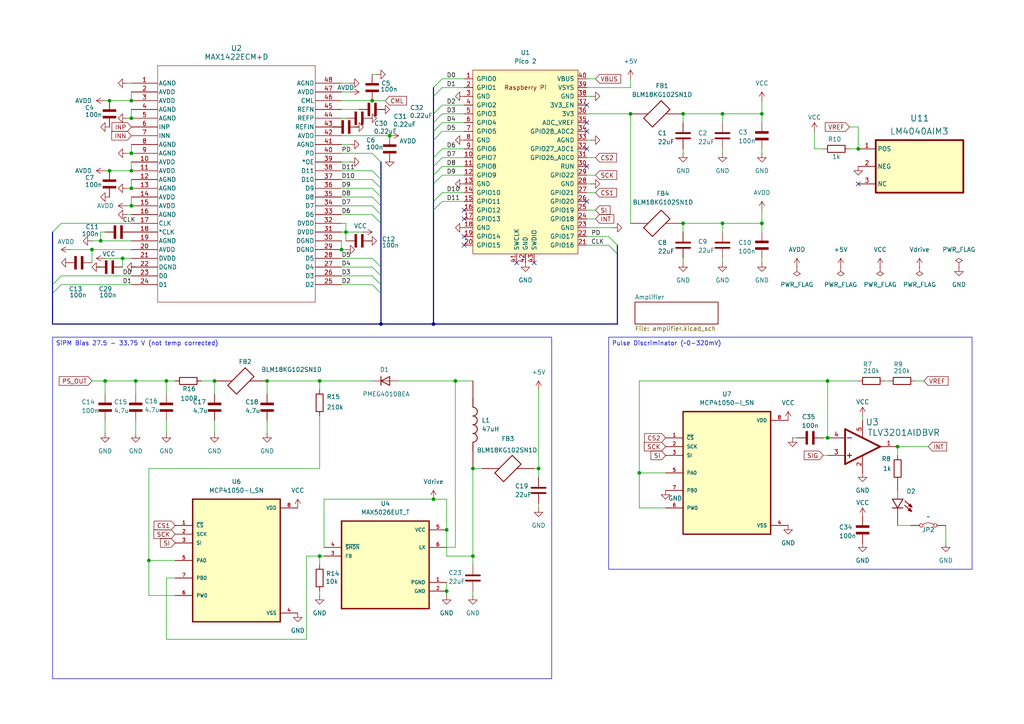
<source format=kicad_sch>
(kicad_sch (version 20250114) (generator "eeschema") (generator_version "9.0")
  (paper "A4")
  (title_block (title "OpenGammaKit Motherboard") (date "2025-09-11") (rev "v0.2.3") (company "Vadym Vikulin"))
  (text_box "Pulse Discriminator (~0-320mV)" (at 176.53 97.79 0) (size 105.41 67.31) (margins 0.9525 0.9525 0.9525 0.9525) (effects (font (size 1.27 1.27)) (justify left top)))
  (text_box "SiPM Bias 27.5 - 33.75 V (not temp corrected) " (at 15.24 97.79 0) (size 144.78 99.06) (margins 0.9525 0.9525 0.9525 0.9525) (effects (font (size 1.27 1.27)) (justify left top)))
  (junction (at 198.12 33.02))
  (junction (at 107.95 29.21))
  (junction (at 99.06 72.39))
  (junction (at 209.55 64.77))
  (junction (at 31.75 49.53))
  (junction (at 26.67 72.39))
  (junction (at 38.1 44.45))
  (junction (at 129.54 153.67))
  (junction (at 92.71 110.49))
  (junction (at 31.75 29.21))
  (junction (at 30.48 110.49))
  (junction (at 198.12 64.77))
  (junction (at 209.55 33.02))
  (junction (at 220.98 64.77))
  (junction (at 77.47 110.49))
  (junction (at 240.03 127))
  (junction (at 48.26 110.49))
  (junction (at 38.1 29.21))
  (junction (at 43.18 162.56))
  (junction (at 35.56 74.93))
  (junction (at 110.49 93.98))
  (junction (at 137.16 135.89))
  (junction (at 39.37 110.49))
  (junction (at 125.73 144.78))
  (junction (at 113.03 39.37))
  (junction (at 137.16 161.29))
  (junction (at 125.73 93.98))
  (junction (at 248.92 43.18))
  (junction (at 260.35 129.54))
  (junction (at 240.03 110.49))
  (junction (at 185.42 137.16))
  (junction (at 100.33 67.31))
  (junction (at 38.1 34.29))
  (junction (at 38.1 54.61))
  (junction (at 129.54 171.45))
  (junction (at 92.71 161.29))
  (junction (at 29.21 69.85))
  (junction (at 132.08 110.49))
  (junction (at 38.1 49.53))
  (junction (at 62.23 110.49))
  (junction (at 182.88 33.02))
  (junction (at 156.21 135.89))
  (junction (at 38.1 59.69))
  (junction (at 220.98 33.02))
  (no_connect (at 170.18 30.48))
  (no_connect (at 134.62 71.12))
  (no_connect (at 170.18 38.1))
  (no_connect (at 134.62 60.96))
  (no_connect (at 134.62 68.58))
  (no_connect (at 170.18 35.56))
  (no_connect (at 170.18 48.26))
  (no_connect (at 248.92 53.34))
  (no_connect (at 134.62 63.5))
  (no_connect (at 170.18 43.18))
  (no_connect (at 149.86 76.2))
  (no_connect (at 170.18 58.42))
  (no_connect (at 154.94 76.2))
  (bus_entry (at 107.95 44.45) (size 2.54 2.54))
  (bus_entry (at 176.53 68.58) (size 2.54 2.54))
  (bus_entry (at 107.95 74.93) (size 2.54 2.54))
  (bus_entry (at 128.27 35.56) (size -2.54 2.54))
  (bus_entry (at 128.27 38.1) (size -2.54 2.54))
  (bus_entry (at 107.95 52.07) (size 2.54 2.54))
  (bus_entry (at 107.95 77.47) (size 2.54 2.54))
  (bus_entry (at 107.95 57.15) (size 2.54 2.54))
  (bus_entry (at 128.27 45.72) (size -2.54 2.54))
  (bus_entry (at 128.27 30.48) (size -2.54 2.54))
  (bus_entry (at 128.27 25.4) (size -2.54 2.54))
  (bus_entry (at 176.53 71.12) (size 2.54 2.54))
  (bus_entry (at 107.95 62.23) (size 2.54 2.54))
  (bus_entry (at 107.95 80.01) (size 2.54 2.54))
  (bus_entry (at 107.95 49.53) (size 2.54 2.54))
  (bus_entry (at 17.78 80.01) (size -2.54 2.54))
  (bus_entry (at 107.95 54.61) (size 2.54 2.54))
  (bus_entry (at 128.27 58.42) (size -2.54 2.54))
  (bus_entry (at 128.27 50.8) (size -2.54 2.54))
  (bus_entry (at 17.78 64.77) (size -2.54 2.54))
  (bus_entry (at 107.95 82.55) (size 2.54 2.54))
  (bus_entry (at 128.27 22.86) (size -2.54 2.54))
  (bus_entry (at 17.78 82.55) (size -2.54 2.54))
  (bus_entry (at 128.27 43.18) (size -2.54 2.54))
  (bus_entry (at 128.27 33.02) (size -2.54 2.54))
  (bus_entry (at 128.27 48.26) (size -2.54 2.54))
  (bus_entry (at 107.95 59.69) (size 2.54 2.54))
  (bus_entry (at 128.27 55.88) (size -2.54 2.54))
  (wire (pts (xy 99.06 44.45) (xy 107.95 44.45)))
  (wire (pts (xy 92.71 120.65) (xy 92.71 135.89)))
  (wire (pts (xy 198.12 64.77) (xy 209.55 64.77)))
  (wire (pts (xy 172.72 60.96) (xy 170.18 60.96)))
  (wire (pts (xy 139.7 135.89) (xy 137.16 135.89)))
  (bus (pts (xy 110.49 62.23) (xy 110.49 64.77)))
  (wire (pts (xy 128.27 38.1) (xy 134.62 38.1)))
  (wire (pts (xy 240.03 110.49) (xy 240.03 127)))
  (wire (pts (xy 170.18 25.4) (xy 182.88 25.4)))
  (wire (pts (xy 36.83 62.23) (xy 38.1 62.23)))
  (wire (pts (xy 99.06 77.47) (xy 107.95 77.47)))
  (wire (pts (xy 128.27 58.42) (xy 134.62 58.42)))
  (wire (pts (xy 30.48 114.3) (xy 30.48 110.49)))
  (wire (pts (xy 92.71 110.49) (xy 107.95 110.49)))
  (bus (pts (xy 125.73 33.02) (xy 125.73 35.56)))
  (wire (pts (xy 170.18 33.02) (xy 182.88 33.02)))
  (wire (pts (xy 104.14 36.83) (xy 102.87 36.83)))
  (wire (pts (xy 38.1 31.75) (xy 38.1 34.29)))
  (wire (pts (xy 39.37 77.47) (xy 38.1 77.47)))
  (wire (pts (xy 209.55 33.02) (xy 220.98 33.02)))
  (wire (pts (xy 36.83 59.69) (xy 38.1 59.69)))
  (wire (pts (xy 92.71 113.03) (xy 92.71 110.49)))
  (wire (pts (xy 170.18 27.94) (xy 171.45 27.94)))
  (wire (pts (xy 267.97 110.49) (xy 265.43 110.49)))
  (wire (pts (xy 209.55 64.77) (xy 209.55 67.31)))
  (wire (pts (xy 185.42 147.32) (xy 193.04 147.32)))
  (wire (pts (xy 182.88 33.02) (xy 182.88 64.77)))
  (wire (pts (xy 128.27 22.86) (xy 134.62 22.86)))
  (wire (pts (xy 238.76 127) (xy 240.03 127)))
  (bus (pts (xy 110.49 82.55) (xy 110.49 85.09)))
  (wire (pts (xy 30.48 121.92) (xy 30.48 125.73)))
  (bus (pts (xy 15.24 67.31) (xy 15.24 82.55)))
  (wire (pts (xy 107.95 34.29) (xy 106.68 34.29)))
  (bus (pts (xy 110.49 80.01) (xy 110.49 82.55)))
  (wire (pts (xy 99.06 54.61) (xy 107.95 54.61)))
  (wire (pts (xy 231.14 127) (xy 229.87 127)))
  (wire (pts (xy 43.18 162.56) (xy 43.18 172.72)))
  (wire (pts (xy 137.16 171.45) (xy 137.16 172.72)))
  (wire (pts (xy 99.06 26.67) (xy 101.6 26.67)))
  (wire (pts (xy 170.18 71.12) (xy 176.53 71.12)))
  (wire (pts (xy 128.27 50.8) (xy 134.62 50.8)))
  (wire (pts (xy 88.9 185.42) (xy 88.9 161.29)))
  (wire (pts (xy 31.75 49.53) (xy 38.1 49.53)))
  (wire (pts (xy 246.38 43.18) (xy 248.92 43.18)))
  (wire (pts (xy 100.33 64.77) (xy 99.06 64.77)))
  (wire (pts (xy 113.03 45.72) (xy 113.03 46.99)))
  (wire (pts (xy 39.37 110.49) (xy 48.26 110.49)))
  (wire (pts (xy 29.21 69.85) (xy 38.1 69.85)))
  (bus (pts (xy 110.49 52.07) (xy 110.49 54.61)))
  (wire (pts (xy 156.21 146.05) (xy 156.21 147.32)))
  (bus (pts (xy 110.49 93.98) (xy 125.73 93.98)))
  (wire (pts (xy 36.83 34.29) (xy 38.1 34.29)))
  (bus (pts (xy 15.24 93.98) (xy 15.24 85.09)))
  (wire (pts (xy 198.12 74.93) (xy 198.12 76.2)))
  (wire (pts (xy 96.52 36.83) (xy 99.06 36.83)))
  (wire (pts (xy 30.48 29.21) (xy 31.75 29.21)))
  (wire (pts (xy 29.21 67.31) (xy 30.48 67.31)))
  (wire (pts (xy 99.06 69.85) (xy 99.06 72.39)))
  (bus (pts (xy 125.73 48.26) (xy 125.73 50.8)))
  (wire (pts (xy 92.71 161.29) (xy 92.71 163.83)))
  (wire (pts (xy 99.06 39.37) (xy 113.03 39.37)))
  (wire (pts (xy 129.54 144.78) (xy 129.54 153.67)))
  (bus (pts (xy 125.73 45.72) (xy 125.73 48.26)))
  (wire (pts (xy 257.81 110.49) (xy 256.54 110.49)))
  (wire (pts (xy 93.98 158.75) (xy 93.98 144.78)))
  (wire (pts (xy 99.06 29.21) (xy 107.95 29.21)))
  (wire (pts (xy 128.27 30.48) (xy 134.62 30.48)))
  (wire (pts (xy 36.83 24.13) (xy 38.1 24.13)))
  (wire (pts (xy 110.49 31.75) (xy 111.76 31.75)))
  (wire (pts (xy 58.42 110.49) (xy 62.23 110.49)))
  (wire (pts (xy 38.1 26.67) (xy 38.1 29.21)))
  (wire (pts (xy 20.32 76.2) (xy 19.05 76.2)))
  (wire (pts (xy 107.95 21.59) (xy 109.22 21.59)))
  (wire (pts (xy 26.67 72.39) (xy 38.1 72.39)))
  (wire (pts (xy 170.18 63.5) (xy 172.72 63.5)))
  (wire (pts (xy 48.26 125.73) (xy 48.26 121.92)))
  (bus (pts (xy 125.73 40.64) (xy 125.73 45.72)))
  (wire (pts (xy 260.35 152.4) (xy 264.16 152.4)))
  (bus (pts (xy 125.73 93.98) (xy 179.07 93.98)))
  (wire (pts (xy 50.8 167.64) (xy 48.26 167.64)))
  (wire (pts (xy 99.06 59.69) (xy 107.95 59.69)))
  (wire (pts (xy 62.23 110.49) (xy 62.23 114.3)))
  (wire (pts (xy 99.06 52.07) (xy 107.95 52.07)))
  (wire (pts (xy 172.72 50.8) (xy 170.18 50.8)))
  (wire (pts (xy 38.1 41.91) (xy 38.1 44.45)))
  (wire (pts (xy 29.21 77.47) (xy 27.94 77.47)))
  (wire (pts (xy 62.23 125.73) (xy 62.23 121.92)))
  (wire (pts (xy 128.27 25.4) (xy 134.62 25.4)))
  (wire (pts (xy 198.12 43.18) (xy 198.12 44.45)))
  (wire (pts (xy 17.78 82.55) (xy 38.1 82.55)))
  (bus (pts (xy 110.49 77.47) (xy 110.49 80.01)))
  (wire (pts (xy 274.32 157.48) (xy 274.32 152.4)))
  (wire (pts (xy 20.32 72.39) (xy 26.67 72.39)))
  (wire (pts (xy 77.47 110.49) (xy 92.71 110.49)))
  (wire (pts (xy 171.45 53.34) (xy 170.18 53.34)))
  (wire (pts (xy 36.83 44.45) (xy 38.1 44.45)))
  (wire (pts (xy 132.08 110.49) (xy 115.57 110.49)))
  (wire (pts (xy 132.08 110.49) (xy 132.08 158.75)))
  (wire (pts (xy 250.19 120.65) (xy 250.19 121.92)))
  (wire (pts (xy 88.9 185.42) (xy 48.26 185.42)))
  (wire (pts (xy 128.27 35.56) (xy 134.62 35.56)))
  (wire (pts (xy 101.6 24.13) (xy 99.06 24.13)))
  (wire (pts (xy 128.27 48.26) (xy 134.62 48.26)))
  (wire (pts (xy 29.21 69.85) (xy 29.21 67.31)))
  (wire (pts (xy 88.9 161.29) (xy 92.71 161.29)))
  (wire (pts (xy 220.98 64.77) (xy 220.98 67.31)))
  (wire (pts (xy 193.04 137.16) (xy 185.42 137.16)))
  (bus (pts (xy 110.49 85.09) (xy 110.49 93.98)))
  (wire (pts (xy 129.54 172.72) (xy 129.54 171.45)))
  (wire (pts (xy 209.55 64.77) (xy 220.98 64.77)))
  (wire (pts (xy 172.72 55.88) (xy 170.18 55.88)))
  (bus (pts (xy 125.73 58.42) (xy 125.73 60.96)))
  (wire (pts (xy 236.22 38.1) (xy 236.22 43.18)))
  (wire (pts (xy 99.06 62.23) (xy 107.95 62.23)))
  (wire (pts (xy 129.54 168.91) (xy 129.54 171.45)))
  (wire (pts (xy 132.08 110.49) (xy 137.16 110.49)))
  (wire (pts (xy 38.1 52.07) (xy 38.1 54.61)))
  (wire (pts (xy 248.92 110.49) (xy 240.03 110.49)))
  (wire (pts (xy 132.08 158.75) (xy 129.54 158.75)))
  (wire (pts (xy 198.12 33.02) (xy 198.12 35.56)))
  (wire (pts (xy 43.18 162.56) (xy 43.18 135.89)))
  (wire (pts (xy 198.12 64.77) (xy 198.12 67.31)))
  (wire (pts (xy 26.67 72.39) (xy 26.67 76.2)))
  (bus (pts (xy 15.24 93.98) (xy 110.49 93.98)))
  (wire (pts (xy 156.21 135.89) (xy 156.21 138.43)))
  (wire (pts (xy 106.68 69.85) (xy 107.95 69.85)))
  (wire (pts (xy 38.1 46.99) (xy 38.1 49.53)))
  (wire (pts (xy 156.21 113.03) (xy 156.21 135.89)))
  (wire (pts (xy 128.27 45.72) (xy 134.62 45.72)))
  (wire (pts (xy 220.98 43.18) (xy 220.98 44.45)))
  (wire (pts (xy 260.35 129.54) (xy 269.24 129.54)))
  (wire (pts (xy 248.92 36.83) (xy 248.92 43.18)))
  (wire (pts (xy 137.16 161.29) (xy 137.16 163.83)))
  (wire (pts (xy 128.27 43.18) (xy 134.62 43.18)))
  (bus (pts (xy 125.73 53.34) (xy 125.73 58.42)))
  (wire (pts (xy 43.18 172.72) (xy 50.8 172.72)))
  (bus (pts (xy 110.49 46.99) (xy 110.49 52.07)))
  (wire (pts (xy 77.47 114.3) (xy 77.47 110.49)))
  (bus (pts (xy 125.73 25.4) (xy 125.73 27.94)))
  (wire (pts (xy 99.06 57.15) (xy 107.95 57.15)))
  (wire (pts (xy 170.18 68.58) (xy 176.53 68.58)))
  (wire (pts (xy 39.37 125.73) (xy 39.37 121.92)))
  (bus (pts (xy 125.73 35.56) (xy 125.73 38.1)))
  (wire (pts (xy 185.42 110.49) (xy 185.42 137.16)))
  (wire (pts (xy 129.54 153.67) (xy 129.54 161.29)))
  (wire (pts (xy 92.71 161.29) (xy 93.98 161.29)))
  (wire (pts (xy 30.48 110.49) (xy 39.37 110.49)))
  (bus (pts (xy 110.49 57.15) (xy 110.49 59.69)))
  (wire (pts (xy 182.88 25.4) (xy 182.88 22.86)))
  (wire (pts (xy 17.78 64.77) (xy 38.1 64.77)))
  (wire (pts (xy 100.33 72.39) (xy 99.06 72.39)))
  (wire (pts (xy 220.98 60.96) (xy 220.98 64.77)))
  (wire (pts (xy 38.1 57.15) (xy 38.1 59.69)))
  (wire (pts (xy 240.03 110.49) (xy 185.42 110.49)))
  (wire (pts (xy 125.73 144.78) (xy 129.54 144.78)))
  (wire (pts (xy 220.98 74.93) (xy 220.98 76.2)))
  (wire (pts (xy 172.72 45.72) (xy 170.18 45.72)))
  (wire (pts (xy 198.12 33.02) (xy 209.55 33.02)))
  (wire (pts (xy 35.56 74.93) (xy 35.56 77.47)))
  (wire (pts (xy 236.22 43.18) (xy 238.76 43.18)))
  (bus (pts (xy 110.49 59.69) (xy 110.49 62.23)))
  (wire (pts (xy 177.8 66.04) (xy 170.18 66.04)))
  (wire (pts (xy 39.37 110.49) (xy 39.37 114.3)))
  (wire (pts (xy 170.18 40.64) (xy 171.45 40.64)))
  (wire (pts (xy 30.48 49.53) (xy 31.75 49.53)))
  (wire (pts (xy 129.54 161.29) (xy 137.16 161.29)))
  (wire (pts (xy 128.27 33.02) (xy 134.62 33.02)))
  (wire (pts (xy 43.18 135.89) (xy 92.71 135.89)))
  (wire (pts (xy 99.06 74.93) (xy 107.95 74.93)))
  (wire (pts (xy 36.83 54.61) (xy 38.1 54.61)))
  (wire (pts (xy 48.26 110.49) (xy 50.8 110.49)))
  (bus (pts (xy 125.73 27.94) (xy 125.73 33.02)))
  (wire (pts (xy 209.55 43.18) (xy 209.55 44.45)))
  (wire (pts (xy 35.56 74.93) (xy 38.1 74.93)))
  (wire (pts (xy 92.71 171.45) (xy 92.71 172.72)))
  (wire (pts (xy 246.38 36.83) (xy 248.92 36.83)))
  (wire (pts (xy 220.98 33.02) (xy 220.98 35.56)))
  (wire (pts (xy 220.98 29.21) (xy 220.98 33.02)))
  (wire (pts (xy 48.26 110.49) (xy 48.26 114.3)))
  (bus (pts (xy 125.73 38.1) (xy 125.73 40.64)))
  (wire (pts (xy 48.26 167.64) (xy 48.26 185.42)))
  (bus (pts (xy 110.49 54.61) (xy 110.49 57.15)))
  (wire (pts (xy 31.75 29.21) (xy 38.1 29.21)))
  (bus (pts (xy 179.07 73.66) (xy 179.07 93.98)))
  (wire (pts (xy 104.14 31.75) (xy 99.06 31.75)))
  (wire (pts (xy 100.33 34.29) (xy 99.06 34.29)))
  (wire (pts (xy 260.35 132.08) (xy 260.35 129.54)))
  (wire (pts (xy 101.6 46.99) (xy 99.06 46.99)))
  (wire (pts (xy 26.67 69.85) (xy 29.21 69.85)))
  (wire (pts (xy 107.95 29.21) (xy 111.76 29.21)))
  (wire (pts (xy 93.98 144.78) (xy 125.73 144.78)))
  (wire (pts (xy 17.78 80.01) (xy 38.1 80.01)))
  (wire (pts (xy 128.27 55.88) (xy 134.62 55.88)))
  (bus (pts (xy 15.24 82.55) (xy 15.24 85.09)))
  (wire (pts (xy 30.48 74.93) (xy 35.56 74.93)))
  (wire (pts (xy 26.67 110.49) (xy 30.48 110.49)))
  (wire (pts (xy 185.42 137.16) (xy 185.42 147.32)))
  (wire (pts (xy 209.55 74.93) (xy 209.55 76.2)))
  (wire (pts (xy 100.33 64.77) (xy 100.33 67.31)))
  (wire (pts (xy 137.16 161.29) (xy 137.16 135.89)))
  (bus (pts (xy 125.73 50.8) (xy 125.73 53.34)))
  (bus (pts (xy 110.49 64.77) (xy 110.49 77.47)))
  (wire (pts (xy 99.06 80.01) (xy 107.95 80.01)))
  (wire (pts (xy 99.06 82.55) (xy 107.95 82.55)))
  (wire (pts (xy 209.55 33.02) (xy 209.55 35.56)))
  (bus (pts (xy 125.73 60.96) (xy 125.73 93.98)))
  (wire (pts (xy 156.21 135.89) (xy 154.94 135.89)))
  (wire (pts (xy 77.47 125.73) (xy 77.47 121.92)))
  (wire (pts (xy 100.33 67.31) (xy 100.33 69.85)))
  (bus (pts (xy 179.07 71.12) (xy 179.07 73.66)))
  (wire (pts (xy 50.8 162.56) (xy 43.18 162.56)))
  (wire (pts (xy 99.06 49.53) (xy 107.95 49.53)))
  (wire (pts (xy 238.76 132.08) (xy 240.03 132.08)))
  (wire (pts (xy 100.33 67.31) (xy 99.06 67.31)))
  (wire (pts (xy 105.41 67.31) (xy 100.33 67.31)))
  (wire (pts (xy 172.72 22.86) (xy 170.18 22.86)))
  (wire (pts (xy 99.06 41.91) (xy 101.6 41.91)))
  (label "D9" (at 99.06 54.61 0))
  (label "D9" (at 129.54 50.8 0))
  (label "D6" (at 129.54 43.18 0))
  (label "PD" (at 99.06 44.45 0))
  (label "D2" (at 129.54 30.48 0))
  (label "D7" (at 129.54 45.72 0))
  (label "D4" (at 99.06 77.47 0))
  (label "D5" (at 129.54 38.1 0))
  (label "D0" (at 129.54 22.86 0))
  (label "D1" (at 35.56 82.55 0))
  (label "D3" (at 129.54 33.02 0))
  (label "CLK" (at 35.56 64.77 0))
  (label "D6" (at 99.06 62.23 0))
  (label "D1" (at 129.54 25.4 0))
  (label "D8" (at 129.54 48.26 0))
  (label "D11" (at 99.06 49.53 0))
  (label "D2" (at 99.06 82.55 0))
  (label "CLK" (at 171.45 71.12 0))
  (label "D0" (at 35.56 80.01 0))
  (label "D3" (at 99.06 80.01 0))
  (label "D10" (at 129.54 55.88 0))
  (label "D11" (at 129.54 58.42 0))
  (label "D8" (at 99.06 57.15 0))
  (label "D10" (at 99.06 52.07 0))
  (label "D4" (at 129.54 35.56 0))
  (label "D7" (at 99.06 59.69 0))
  (label "D5" (at 99.06 74.93 0))
  (label "PD" (at 171.45 68.58 0))
  (global_label "SI" (shape input) (at 50.8 157.48 180) (property "Intersheetrefs" "${INTERSHEET_REFS}" (effects (hide yes))))
  (global_label "SCK" (shape input) (at 50.8 154.94 180) (property "Intersheetrefs" "${INTERSHEET_REFS}" (effects (hide yes))))
  (global_label "INT" (shape input) (at 269.24 129.54 0) (property "Intersheetrefs" "${INTERSHEET_REFS}" (effects (hide yes))))
  (global_label "PS_OUT" (shape input) (at 26.67 110.49 180) (property "Intersheetrefs" "${INTERSHEET_REFS}" (effects (hide yes))))
  (global_label "SCK" (shape input) (at 193.04 129.54 180) (property "Intersheetrefs" "${INTERSHEET_REFS}" (effects (hide yes))))
  (global_label "SI" (shape input) (at 172.72 60.96 0) (property "Intersheetrefs" "${INTERSHEET_REFS}" (effects (hide yes))))
  (global_label "SIG" (shape input) (at 238.76 132.08 180) (property "Intersheetrefs" "${INTERSHEET_REFS}" (effects (hide yes))))
  (global_label "VBUS" (shape input) (at 172.72 22.86 0) (property "Intersheetrefs" "${INTERSHEET_REFS}" (effects (hide yes))))
  (global_label "VREF" (shape input) (at 267.97 110.49 0) (property "Intersheetrefs" "${INTERSHEET_REFS}" (effects (hide yes))))
  (global_label "CML" (shape input) (at 111.76 29.21 0) (property "Intersheetrefs" "${INTERSHEET_REFS}" (effects (hide yes))))
  (global_label "SCK" (shape input) (at 172.72 50.8 0) (property "Intersheetrefs" "${INTERSHEET_REFS}" (effects (hide yes))))
  (global_label "VREF" (shape input) (at 246.38 36.83 180) (property "Intersheetrefs" "${INTERSHEET_REFS}" (effects (hide yes))))
  (global_label "INN" (shape input) (at 38.1 39.37 180) (property "Intersheetrefs" "${INTERSHEET_REFS}" (effects (hide yes))))
  (global_label "SI" (shape input) (at 193.04 132.08 180) (property "Intersheetrefs" "${INTERSHEET_REFS}" (effects (hide yes))))
  (global_label "CS2" (shape input) (at 193.04 127 180) (property "Intersheetrefs" "${INTERSHEET_REFS}" (effects (hide yes))))
  (global_label "CS1" (shape input) (at 50.8 152.4 180) (property "Intersheetrefs" "${INTERSHEET_REFS}" (effects (hide yes))))
  (global_label "INT" (shape input) (at 172.72 63.5 0) (property "Intersheetrefs" "${INTERSHEET_REFS}" (effects (hide yes))))
  (global_label "INP" (shape input) (at 38.1 36.83 180) (property "Intersheetrefs" "${INTERSHEET_REFS}" (effects (hide yes))))
  (global_label "CS1" (shape input) (at 172.72 55.88 0) (property "Intersheetrefs" "${INTERSHEET_REFS}" (effects (hide yes))))
  (global_label "CS2" (shape input) (at 172.72 45.72 0) (property "Intersheetrefs" "${INTERSHEET_REFS}" (effects (hide yes))))
  (symbol (lib_id "LM4040AIM3-3_0-T:LM4040AIM3-3_0-T") (at 266.7 48.26 0) (unit 1)
    (property "Reference" "U11" (at 263.906 34.29 0) (effects (font (size 1.8288 1.8288)) (justify left)))
    (property "Value" "LM4040AIM3" (at 258.064 38.1 0) (effects (font (size 1.8288 1.8288)) (justify left)))
    (property "Footprint" "LM4040AIM3-3_0-T:SOT95P237X112-3N" (effects (hide yes)))
    (property "Description" "100-ppm/C precision micropower shunt voltage reference 3-SOT-23" (effects (hide yes)))
    (property "DigiKey-Purchase-URL" "https://snapeda.com/shop?store=DigiKey&id=426658" (effects (hide yes)))
    (property "Arrow_Asia-Purchase-URL" "https://snapeda.com/shop?store=Arrow+Asia&id=426658" (effects (hide yes)))
    (property "MP" "LM4040AIM3-3.0/NOPB" (effects (hide yes)))
    (property "SnapEDA_Link" "https://www.snapeda.com/parts/LM4040AIM3-3.0/NOPB/Texas%20Instruments/view-part/426658/?ref=snap" (effects (hide yes)))
    (property "Arrow_Electronics-Purchase-URL" "https://snapeda.com/shop?store=Arrow+Electronics&id=426658" (effects (hide yes)))
    (property "Availability" "Good" (effects (hide yes)))
    (property "MF" "Texas Instruments" (effects (hide yes)))
    (property "Mouser-Purchase-URL" "https://snapeda.com/shop?store=Mouser&id=426658" (effects (hide yes)))
    (property "Package" "SOT-23-3 Texas Instruments" (effects (hide yes)))
    (property "Texas_Instruments-Purchase-URL" "https://snapeda.com/shop?store=Texas+Instruments&id=426658" (effects (hide yes)))
    (property "ALTIUM_VALUE" "*" (effects (hide yes)))
    (property "Price" "None" (effects (hide yes)))
    (property "Check_prices" "https://www.snapeda.com/parts/LM4040AIM3-3.0/NOPB/Texas%20Instruments/view-part/426658/?ref=eda" (effects (hide yes)))
  )
  (symbol (lib_id "power:VCC") (at 236.22 38.1 0) (unit 1)
    (property "Reference" "#PWR095" (effects (hide yes)))
    (property "Value" "VCC" (at 236.22 34.036 0))
    (property "Description" "Power symbol creates a global label with name \"VCC\"" (effects (hide yes)))
  )
  (symbol (lib_id "power:GND") (at 86.36 177.8 0) (unit 1)
    (property "Reference" "#PWR082" (effects (hide yes)))
    (property "Value" "GND" (at 86.36 182.88 0))
    (property "Description" "Power symbol creates a global label with name \"GND\" , ground" (effects (hide yes)))
  )
  (symbol (lib_name "CL10B104KC8NNNC_6") (lib_id "CL10B104KC8NNNC:CL10B104KC8NNNC") (at 105.41 69.85 180) (unit 1)
    (property "Reference" "C12" (at 110.744 69.342 0) (effects (justify right)))
    (property "Value" "100n" (at 110.744 71.12 0) (effects (justify right)))
    (property "Footprint" "CL10B104KC8NNNC:CAPC1608X90N" (effects (hide yes)))
    (property "MF" "Samsung" (effects (hide yes)))
    (property "MAXIMUM_PACKAGE_HEIGHT" "0.9 mm" (effects (hide yes)))
    (property "Package" "0603 Samsung" (effects (hide yes)))
    (property "Price" "None" (effects (hide yes)))
    (property "Check_prices" "https://www.snapeda.com/parts/CL10B104KC8NNNC/Samsung/view-part/?ref=eda" (effects (hide yes)))
    (property "STANDARD" "IPC-7351B" (effects (hide yes)))
    (property "PARTREV" "NA" (effects (hide yes)))
    (property "SnapEDA_Link" "https://www.snapeda.com/parts/CL10B104KC8NNNC/Samsung/view-part/?ref=snap" (effects (hide yes)))
    (property "MP" "CL10B104KC8NNNC" (effects (hide yes)))
    (property "Description_1" "\n                        \n                            0.1 µF ±10% 100V Ceramic Capacitor X7R 0603 (1608 Metric)\n                        \n" (effects (hide yes)))
    (property "Availability" "In Stock" (effects (hide yes)))
    (property "MANUFACTURER" "Samsung" (effects (hide yes)))
  )
  (symbol (lib_id "power:VCC") (at 220.98 60.96 0) (unit 1)
    (property "Reference" "#PWR046" (effects (hide yes)))
    (property "Value" "AVDD" (at 220.98 55.88 0))
    (property "Description" "Power symbol creates a global label with name \"VCC\"" (effects (hide yes)))
  )
  (symbol (lib_id "power:GND") (at 177.8 66.04 90) (unit 1)
    (property "Reference" "#PWR08" (effects (hide yes)))
    (property "Value" "GND" (effects (hide yes)))
    (property "Description" "Power symbol creates a global label with name \"GND\" , ground" (effects (hide yes)))
  )
  (symbol (lib_id "power:GND") (at 152.4 76.2 0) (unit 1)
    (property "Reference" "#PWR010" (effects (hide yes)))
    (property "Value" "GND" (at 152.4 81.28 0))
    (property "Description" "Power symbol creates a global label with name \"GND\" , ground" (effects (hide yes)))
  )
  (symbol (lib_id "power:VCC") (at 250.19 149.86 0) (unit 1)
    (property "Reference" "#PWR027" (effects (hide yes)))
    (property "Value" "VCC" (at 250.19 145.796 0))
    (property "Description" "Power symbol creates a global label with name \"VCC\"" (effects (hide yes)))
  )
  (symbol (lib_id "power:GND") (at 36.83 24.13 270) (unit 1)
    (property "Reference" "#PWR040" (effects (hide yes)))
    (property "Value" "GND" (effects (hide yes)))
    (property "Description" "Power symbol creates a global label with name \"GND\" , ground" (effects (hide yes)))
  )
  (symbol (lib_name "CL10B104KC8NNNC_5") (lib_id "CL10B104KC8NNNC:CL10B104KC8NNNC") (at 113.03 44.45 90) (unit 1)
    (property "Reference" "C6" (at 106.172 40.64 90) (effects (justify right)))
    (property "Value" "100n" (at 106.172 42.672 90) (effects (justify right)))
    (property "Footprint" "CL10B104KC8NNNC:CAPC1608X90N" (effects (hide yes)))
    (property "MF" "Samsung" (effects (hide yes)))
    (property "MAXIMUM_PACKAGE_HEIGHT" "0.9 mm" (effects (hide yes)))
    (property "Package" "0603 Samsung" (effects (hide yes)))
    (property "Price" "None" (effects (hide yes)))
    (property "Check_prices" "https://www.snapeda.com/parts/CL10B104KC8NNNC/Samsung/view-part/?ref=eda" (effects (hide yes)))
    (property "STANDARD" "IPC-7351B" (effects (hide yes)))
    (property "PARTREV" "NA" (effects (hide yes)))
    (property "SnapEDA_Link" "https://www.snapeda.com/parts/CL10B104KC8NNNC/Samsung/view-part/?ref=snap" (effects (hide yes)))
    (property "MP" "CL10B104KC8NNNC" (effects (hide yes)))
    (property "Description_1" "\n                        \n                            0.1 µF ±10% 100V Ceramic Capacitor X7R 0603 (1608 Metric)\n                        \n" (effects (hide yes)))
    (property "Availability" "In Stock" (effects (hide yes)))
    (property "MANUFACTURER" "Samsung" (effects (hide yes)))
  )
  (symbol (lib_id "power:VCC") (at 105.41 67.31 270) (unit 1)
    (property "Reference" "#PWR079" (effects (hide yes)))
    (property "Value" "VCC" (at 102.616 65.532 90) (effects (justify left)))
    (property "Description" "Power symbol creates a global label with name \"VCC\"" (effects (hide yes)))
  )
  (symbol (lib_id "power:GND") (at 100.33 72.39 90) (unit 1)
    (property "Reference" "#PWR043" (effects (hide yes)))
    (property "Value" "GND" (effects (hide yes)))
    (property "Description" "Power symbol creates a global label with name \"GND\" , ground" (effects (hide yes)))
  )
  (symbol (lib_id "C1608JB1H224K080AB:C1608JB1H224K080AB") (at 106.68 31.75 0) (unit 1)
    (property "Reference" "C32" (at 120.904 31.242 0))
    (property "Value" "0.22uF" (at 122.174 33.528 0))
    (property "Footprint" "C1608JB1H224K080AB:CAPC1608X90N" (effects (hide yes)))
    (property "MF" "TDK" (effects (hide yes)))
    (property "Description_1" "Cap Ceramic 0.22uF 50V JB 10% SMD 0603 85°C Punched Paper T/R" (effects (hide yes)))
    (property "Package" "1608 TDK" (effects (hide yes)))
    (property "Price" "None" (effects (hide yes)))
    (property "SnapEDA_Link" "https://www.snapeda.com/parts/C1608JB1H224K080AB/TDK/view-part/?ref=snap" (effects (hide yes)))
    (property "MP" "C1608JB1H224K080AB" (effects (hide yes)))
    (property "Availability" "In Stock" (effects (hide yes)))
    (property "Check_prices" "https://www.snapeda.com/parts/C1608JB1H224K080AB/TDK/view-part/?ref=eda" (effects (hide yes)))
  )
  (symbol (lib_id "power:GND") (at 26.67 69.85 270) (unit 1)
    (property "Reference" "#PWR052" (effects (hide yes)))
    (property "Value" "GND" (effects (hide yes)))
    (property "Description" "Power symbol creates a global label with name \"GND\" , ground" (effects (hide yes)))
  )
  (symbol (lib_id "CL10B104KC8NNNC:CL10B104KC8NNNC") (at 250.19 154.94 90) (unit 1)
    (property "Reference" "C34" (at 243.332 152.908 90) (effects (justify right)))
    (property "Value" "100n" (at 243.332 155.448 90) (effects (justify right)))
    (property "Footprint" "CL10B104KC8NNNC:CAPC1608X90N" (effects (hide yes)))
    (property "MF" "Samsung" (effects (hide yes)))
    (property "MAXIMUM_PACKAGE_HEIGHT" "0.9 mm" (effects (hide yes)))
    (property "Package" "0603 Samsung" (effects (hide yes)))
    (property "Price" "None" (effects (hide yes)))
    (property "Check_prices" "https://www.snapeda.com/parts/CL10B104KC8NNNC/Samsung/view-part/?ref=eda" (effects (hide yes)))
    (property "STANDARD" "IPC-7351B" (effects (hide yes)))
    (property "PARTREV" "NA" (effects (hide yes)))
    (property "SnapEDA_Link" "https://www.snapeda.com/parts/CL10B104KC8NNNC/Samsung/view-part/?ref=snap" (effects (hide yes)))
    (property "MP" "CL10B104KC8NNNC" (effects (hide yes)))
    (property "Description_1" "\n                        \n                            0.1 µF ±10% 100V Ceramic Capacitor X7R 0603 (1608 Metric)\n                        \n" (effects (hide yes)))
    (property "Availability" "In Stock" (effects (hide yes)))
    (property "MANUFACTURER" "Samsung" (effects (hide yes)))
  )
  (symbol (lib_id "power:GND") (at 102.87 36.83 90) (unit 1)
    (property "Reference" "#PWR092" (effects (hide yes)))
    (property "Value" "GND" (effects (hide yes)))
    (property "Description" "Power symbol creates a global label with name \"GND\" , ground" (effects (hide yes)))
  )
  (symbol (lib_id "power:GND") (at 77.47 125.73 0) (unit 1)
    (property "Reference" "#PWR056" (effects (hide yes)))
    (property "Value" "GND" (at 77.47 130.81 0))
    (property "Description" "Power symbol creates a global label with name \"GND\" , ground" (effects (hide yes)))
  )
  (symbol (lib_id "Device:C") (at 209.55 39.37 0) (unit 1)
    (property "Reference" "C2" (at 202.438 38.608 0) (effects (justify left)))
    (property "Value" "22uF" (at 202.438 41.148 0) (effects (justify left)))
    (property "Footprint" "CL10A226MP8NUNE:CAPC1608X90N" (effects (hide yes)))
    (property "Description" "Unpolarized capacitor" (effects (hide yes)))
    (property "MP" "CL10A226MP8NUNE" (effects (hide yes)))
    (property "Package" "0603 Samsung" (effects (hide yes)))
  )
  (symbol (lib_id "power:GND") (at 29.21 77.47 270) (unit 1)
    (property "Reference" "#PWR090" (effects (hide yes)))
    (property "Value" "GND" (effects (hide yes)))
    (property "Description" "Power symbol creates a global label with name \"GND\" , ground" (effects (hide yes)))
  )
  (symbol (lib_name "CL21A475KBQNNNE_1") (lib_id "CL21A475KBQNNNE:CL21A475KBQNNNE") (at 77.47 119.38 90) (unit 1)
    (property "Reference" "C18" (at 71.12 116.586 90) (effects (justify right)))
    (property "Value" "4.7u" (at 71.12 119.126 90) (effects (justify right)))
    (property "Footprint" "CL21A475KBQNNNE:CAPC2012X140N" (effects (hide yes)))
    (property "MF" "Samsung Electro-Mechanics" (effects (hide yes)))
    (property "Description_1" "\n                        \n                            CL21 Series 4.7 uF 50 V ±10 % Tolerance X5R SMT Multilayer Ceramic Capacitor\n                        \n" (effects (hide yes)))
    (property "Package" "0805 Samsung" (effects (hide yes)))
    (property "Price" "None" (effects (hide yes)))
    (property "SnapEDA_Link" "https://www.snapeda.com/parts/CL21A475KBQNNNE/Samsung/view-part/?ref=snap" (effects (hide yes)))
    (property "MP" "CL21A475KBQNNNE" (effects (hide yes)))
    (property "Availability" "In Stock" (effects (hide yes)))
    (property "Check_prices" "https://www.snapeda.com/parts/CL21A475KBQNNNE/Samsung/view-part/?ref=eda" (effects (hide yes)))
  )
  (symbol (lib_id "Device:R") (at 54.61 110.49 90) (unit 1)
    (property "Reference" "R16" (at 54.864 112.776 90))
    (property "Value" "100R" (at 54.864 115.57 90))
    (property "Footprint" "ERJ3EKF1000V:RES_ERJ3EKF1000V" (effects (hide yes)))
    (property "Description" "Resistor" (effects (hide yes)))
    (property "MP" "ERJ3EKF1000V" (effects (hide yes)))
    (property "Package" "0603" (effects (hide yes)))
  )
  (symbol (lib_id "Jumper:Jumper_2_Bridged") (at 269.24 152.4 0) (unit 1) (exclude_from_sim yes) (in_bom no)
    (property "Reference" "JP2" (at 269.24 153.67 0))
    (property "Value" "~" (at 269.24 149.86 0))
    (property "Footprint" "Jumper:SolderJumper-2_P1.3mm_Open_TrianglePad1.0x1.5mm" (effects (hide yes)))
    (property "Description" "Jumper, 2-pole, closed/bridged" (effects (hide yes)))
  )
  (symbol (lib_id "power:VCC") (at 220.98 29.21 0) (unit 1)
    (property "Reference" "#PWR014" (effects (hide yes)))
    (property "Value" "VCC" (at 220.98 24.13 0))
    (property "Description" "Power symbol creates a global label with name \"VCC\"" (effects (hide yes)))
  )
  (symbol (lib_id "power:VCC") (at 30.48 29.21 90) (unit 1)
    (property "Reference" "#PWR073" (effects (hide yes)))
    (property "Value" "AVDD" (at 26.67 29.2099 90) (effects (justify left)))
    (property "Description" "Power symbol creates a global label with name \"VCC\"" (effects (hide yes)))
  )
  (symbol (lib_id "power:GND") (at 278.13 77.47 0) (unit 1)
    (property "Reference" "#PWR051" (effects (hide yes)))
    (property "Value" "GND" (at 278.13 82.55 0))
    (property "Description" "Power symbol creates a global label with name \"GND\" , ground" (effects (hide yes)))
  )
  (symbol (lib_id "power:+5V") (at 231.14 77.47 0) (unit 1)
    (property "Reference" "#PWR016" (effects (hide yes)))
    (property "Value" "AVDD" (at 231.14 72.39 0))
    (property "Description" "Power symbol creates a global label with name \"+5V\"" (effects (hide yes)))
  )
  (symbol (lib_name "CL10B104KC8NNNC_2") (lib_id "CL10B104KC8NNNC:CL10B104KC8NNNC") (at 220.98 72.39 90) (unit 1)
    (property "Reference" "C10" (at 214.122 70.358 90) (effects (justify right)))
    (property "Value" "100n" (at 214.122 72.898 90) (effects (justify right)))
    (property "Footprint" "CL10B104KC8NNNC:CAPC1608X90N" (effects (hide yes)))
    (property "MF" "Samsung" (effects (hide yes)))
    (property "MAXIMUM_PACKAGE_HEIGHT" "0.9 mm" (effects (hide yes)))
    (property "Package" "0603 Samsung" (effects (hide yes)))
    (property "Price" "None" (effects (hide yes)))
    (property "Check_prices" "https://www.snapeda.com/parts/CL10B104KC8NNNC/Samsung/view-part/?ref=eda" (effects (hide yes)))
    (property "STANDARD" "IPC-7351B" (effects (hide yes)))
    (property "PARTREV" "NA" (effects (hide yes)))
    (property "SnapEDA_Link" "https://www.snapeda.com/parts/CL10B104KC8NNNC/Samsung/view-part/?ref=snap" (effects (hide yes)))
    (property "MP" "CL10B104KC8NNNC" (effects (hide yes)))
    (property "Description_1" "\n                        \n                            0.1 µF ±10% 100V Ceramic Capacitor X7R 0603 (1608 Metric)\n                        \n" (effects (hide yes)))
    (property "Availability" "In Stock" (effects (hide yes)))
    (property "MANUFACTURER" "Samsung" (effects (hide yes)))
  )
  (symbol (lib_id "power:VCC") (at 250.19 120.65 0) (unit 1)
    (property "Reference" "#PWR031" (effects (hide yes)))
    (property "Value" "VCC" (at 250.19 116.586 0))
    (property "Description" "Power symbol creates a global label with name \"VCC\"" (effects (hide yes)))
  )
  (symbol (lib_id "power:GND") (at 220.98 76.2 0) (unit 1)
    (property "Reference" "#PWR049" (effects (hide yes)))
    (property "Value" "GND" (at 220.98 81.28 0))
    (property "Description" "Power symbol creates a global label with name \"GND\" , ground" (effects (hide yes)))
  )
  (symbol (lib_name "ACML-0402HC-301-T_2") (lib_id "ACML-0402HC-301-T:ACML-0402HC-301-T") (at 190.5 33.02 0) (unit 1)
    (property "Reference" "FB1" (at 192.024 24.892 0))
    (property "Value" "BLM18KG102SN1D" (at 192.024 27.432 0))
    (property "Footprint" "BLM18KG102SN1D:BEADC1608X95N" (effects (hide yes)))
    (property "Datasheet" "https://www.snapeda.com/parts/BLM18KG102SN1D/Murata/datasheet/" (effects (hide yes)))
    (property "Description_1" "1 kOhms @ 100 MHz 1 Power Line Ferrite Bead 0603 (1608 Metric) 1A 200mOhm " (effects (hide yes)))
    (property "PACKAGE" "0603" (effects (hide yes)))
    (property "PRICE" "None" (effects (hide yes)))
    (property "Package" "0603" (effects (hide yes)))
    (property "Availability" "In Stock" (effects (hide yes)))
    (property "SnapEDA_Link" "https://www.snapeda.com/parts/BLM18KG102SN1D/Murata/datasheet/" (effects (hide yes)))
    (property "MP" "BLM18KG102SN1D" (effects (hide yes)))
    (property "Price" "None" (effects (hide yes)))
    (property "Check_prices" "https://www.snapeda.com/parts/BLM18KG102SN1D/Murata/datasheet/" (effects (hide yes)))
  )
  (symbol (lib_id "power:Vdrive") (at 266.7 77.47 0) (unit 1)
    (property "Reference" "#PWR072" (effects (hide yes)))
    (property "Value" "Vdrive" (at 266.7 72.39 0))
    (property "Description" "Power symbol creates a global label with name \"Vdrive\"" (effects (hide yes)))
  )
  (symbol (lib_name "C1608JB1H224K080AB_1") (lib_id "C1608JB1H224K080AB:C1608JB1H224K080AB") (at 99.06 36.83 0) (unit 1)
    (property "Reference" "C30" (at 110.49 35.814 0))
    (property "Value" "0.22uF" (at 111.76 38.1 0))
    (property "Footprint" "C1608JB1H224K080AB:CAPC1608X90N" (effects (hide yes)))
    (property "MF" "TDK" (effects (hide yes)))
    (property "Description_1" "Cap Ceramic 0.22uF 50V JB 10% SMD 0603 85°C Punched Paper T/R" (effects (hide yes)))
    (property "Package" "1608 TDK" (effects (hide yes)))
    (property "Price" "None" (effects (hide yes)))
    (property "SnapEDA_Link" "https://www.snapeda.com/parts/C1608JB1H224K080AB/TDK/view-part/?ref=snap" (effects (hide yes)))
    (property "MP" "C1608JB1H224K080AB" (effects (hide yes)))
    (property "Availability" "In Stock" (effects (hide yes)))
    (property "Check_prices" "https://www.snapeda.com/parts/C1608JB1H224K080AB/TDK/view-part/?ref=eda" (effects (hide yes)))
  )
  (symbol (lib_id "power:VCC") (at 20.32 72.39 90) (unit 1)
    (property "Reference" "#PWR076" (effects (hide yes)))
    (property "Value" "AVDD" (at 21.59 70.104 90) (effects (justify left)))
    (property "Description" "Power symbol creates a global label with name \"VCC\"" (effects (hide yes)))
  )
  (symbol (lib_id "power:GND") (at 228.6 152.4 0) (unit 1)
    (property "Reference" "#PWR030" (effects (hide yes)))
    (property "Value" "GND" (at 228.6 157.48 0))
    (property "Description" "Power symbol creates a global label with name \"GND\" , ground" (effects (hide yes)))
  )
  (symbol (lib_id "Device:R") (at 261.62 110.49 270) (unit 1)
    (property "Reference" "R9" (at 261.874 105.664 90) (effects (justify right)))
    (property "Value" "210k" (at 264.033 107.569 90) (effects (justify right)))
    (property "Footprint" "ERJ3EKF2103V:RES_ERJ3EKF2103V" (effects (hide yes)))
    (property "Description" "Resistor" (effects (hide yes)))
    (property "MP" "ERJ3EKF2103V" (effects (hide yes)))
    (property "Package" "0603" (effects (hide yes)))
  )
  (symbol (lib_id "power:+5V") (at 243.84 77.47 0) (unit 1)
    (property "Reference" "#PWR015" (effects (hide yes)))
    (property "Value" "+5V" (at 243.84 72.39 0))
    (property "Description" "Power symbol creates a global label with name \"+5V\"" (effects (hide yes)))
  )
  (symbol (lib_id "power:GND") (at 31.75 36.83 270) (unit 1)
    (property "Reference" "#PWR085" (effects (hide yes)))
    (property "Value" "GND" (effects (hide yes)))
    (property "Description" "Power symbol creates a global label with name \"GND\" , ground" (effects (hide yes)))
  )
  (symbol (lib_name "CL21A475KBQNNNE_2") (lib_id "CL21A475KBQNNNE:CL21A475KBQNNNE") (at 48.26 119.38 90) (unit 1)
    (property "Reference" "C16" (at 41.91 116.332 90) (effects (justify right)))
    (property "Value" "4.7u" (at 41.91 118.872 90) (effects (justify right)))
    (property "Footprint" "CL21A475KBQNNNE:CAPC2012X140N" (effects (hide yes)))
    (property "MF" "Samsung Electro-Mechanics" (effects (hide yes)))
    (property "Description_1" "\n                        \n                            CL21 Series 4.7 uF 50 V ±10 % Tolerance X5R SMT Multilayer Ceramic Capacitor\n                        \n" (effects (hide yes)))
    (property "Package" "0805 Samsung" (effects (hide yes)))
    (property "Price" "None" (effects (hide yes)))
    (property "SnapEDA_Link" "https://www.snapeda.com/parts/CL21A475KBQNNNE/Samsung/view-part/?ref=snap" (effects (hide yes)))
    (property "MP" "CL21A475KBQNNNE" (effects (hide yes)))
    (property "Availability" "In Stock" (effects (hide yes)))
    (property "Check_prices" "https://www.snapeda.com/parts/CL21A475KBQNNNE/Samsung/view-part/?ref=eda" (effects (hide yes)))
  )
  (symbol (lib_id "Device:R") (at 260.35 135.89 180) (unit 1)
    (property "Reference" "R8" (at 257.048 133.096 0))
    (property "Value" "1k" (at 257.302 135.89 0))
    (property "Footprint" "ERJ3EKF1001V:RES_ERJ3EKF1001V" (effects (hide yes)))
    (property "Description" "Resistor" (effects (hide yes)))
    (property "MP" "ERJ3EKF1001V" (effects (hide yes)))
    (property "Package" "0603" (effects (hide yes)))
  )
  (symbol (lib_id "power:GND") (at 250.19 137.16 0) (unit 1)
    (property "Reference" "#PWR032" (effects (hide yes)))
    (property "Value" "GND" (at 250.19 142.24 0))
    (property "Description" "Power symbol creates a global label with name \"GND\" , ground" (effects (hide yes)))
  )
  (symbol (lib_id "power:GND") (at 39.37 125.73 0) (unit 1)
    (property "Reference" "#PWR059" (effects (hide yes)))
    (property "Value" "GND" (at 39.37 130.81 0))
    (property "Description" "Power symbol creates a global label with name \"GND\" , ground" (effects (hide yes)))
  )
  (symbol (lib_id "power:GND") (at 198.12 44.45 0) (unit 1)
    (property "Reference" "#PWR011" (effects (hide yes)))
    (property "Value" "GND" (at 198.12 49.53 0))
    (property "Description" "Power symbol creates a global label with name \"GND\" , ground" (effects (hide yes)))
  )
  (symbol (lib_id "Device:C") (at 198.12 39.37 0) (unit 1)
    (property "Reference" "C1" (at 190.754 38.608 0) (effects (justify left)))
    (property "Value" "22uF" (at 190.754 41.148 0) (effects (justify left)))
    (property "Footprint" "CL10A226MP8NUNE:CAPC1608X90N" (effects (hide yes)))
    (property "Description" "Unpolarized capacitor" (effects (hide yes)))
    (property "MP" "CL10A226MP8NUNE" (effects (hide yes)))
    (property "Package" "0603 Samsung" (effects (hide yes)))
  )
  (symbol (lib_id "TLV3201AIDBVR:TLV3201AIDBVR") (at 250.19 129.54 0) (unit 1)
    (property "Reference" "U3" (at 252.984 122.428 0) (effects (font (size 1.8288 1.8288))))
    (property "Value" "TLV3201AIDBVR" (at 262.128 125.476 0) (effects (font (size 1.8288 1.8288))))
    (property "Footprint" "TLV3201AIDBVR:SOT95P280X145-5N" (effects (hide yes)))
    (property "Description" "Single high speed, low power comparator 5-SOT-23 -40 to 125" (effects (hide yes)))
    (property "MP" "TLV3201AIDBVR" (effects (hide yes)))
    (property "Availability" "Unavailable" (effects (hide yes)))
    (property "ALTIUM_VALUE" "*" (effects (hide yes)))
    (property "Package" "SOT95P280X145-5N" (effects (hide yes)))
    (property "Price" "None" (effects (hide yes)))
  )
  (symbol (lib_id "LTST-C190KGKT:LTST-C190KGKT") (at 260.35 147.32 270) (unit 1)
    (property "Reference" "D2" (at 262.89 142.494 90) (effects (justify left)))
    (property "Value" "LTST-C190KGKT" (effects (hide yes)))
    (property "Footprint" "LTST-C190KGKT:LEDC1608X35N" (effects (hide yes)))
    (property "MF" "Lite-On Inc." (effects (hide yes)))
    (property "Description_1" "\n                        \n                            Green 571nm LED Indication - Discrete 2V 0603 (1608 Metric)\n                        \n" (effects (hide yes)))
    (property "Package" "0603 Lite-On" (effects (hide yes)))
    (property "Price" "None" (effects (hide yes)))
    (property "SnapEDA_Link" "https://www.snapeda.com/parts/LTST-C190KGKT/Lite-On/view-part/?ref=snap" (effects (hide yes)))
    (property "MP" "LTST-C190KGKT" (effects (hide yes)))
    (property "Availability" "In Stock" (effects (hide yes)))
    (property "Check_prices" "https://www.snapeda.com/parts/LTST-C190KGKT/Lite-On/view-part/?ref=eda" (effects (hide yes)))
  )
  (symbol (lib_id "MCP41050-I_SN:MCP41050-I_SN") (at 210.82 137.16 0) (unit 1)
    (property "Reference" "U7" (at 210.82 114.3 0))
    (property "Value" "MCP41050-I_SN" (at 210.82 116.84 0))
    (property "Footprint" "MCP41050-I_SN:SOIC127P600X175-8N" (effects (hide yes)))
    (property "MF" "Microchip Technology" (effects (hide yes)))
    (property "Description_1" "MCP41050-I/SN,Digital Potentiometer 50kOhms 256-Pos Linear Serial-SPI 8-Pin SOIC | Microchip Technology Inc. MCP41050-I/SN" (effects (hide yes)))
    (property "Package" "SOIC-8 Microchip Technology" (effects (hide yes)))
    (property "Price" "None" (effects (hide yes)))
    (property "SnapEDA_Link" "https://www.snapeda.com/parts/MCP41050-I/SN/Microchip/view-part/?ref=snap" (effects (hide yes)))
    (property "MP" "MCP41050-I/SN" (effects (hide yes)))
    (property "Availability" "In Stock" (effects (hide yes)))
    (property "Check_prices" "https://www.snapeda.com/parts/MCP41050-I/SN/Microchip/view-part/?ref=eda" (effects (hide yes)))
  )
  (symbol (lib_id "power:GND") (at 31.75 57.15 270) (unit 1)
    (property "Reference" "#PWR086" (effects (hide yes)))
    (property "Value" "GND" (effects (hide yes)))
    (property "Description" "Power symbol creates a global label with name \"GND\" , ground" (effects (hide yes)))
  )
  (symbol (lib_id "power:GND") (at 36.83 54.61 270) (unit 1)
    (property "Reference" "#PWR041" (effects (hide yes)))
    (property "Value" "GND" (effects (hide yes)))
    (property "Description" "Power symbol creates a global label with name \"GND\" , ground" (effects (hide yes)))
  )
  (symbol (lib_id "power:GND") (at 113.03 45.72 0) (unit 1)
    (property "Reference" "#PWR087" (effects (hide yes)))
    (property "Value" "GND" (effects (hide yes)))
    (property "Description" "Power symbol creates a global label with name \"GND\" , ground" (effects (hide yes)))
  )
  (symbol (lib_id "power:GND") (at 20.32 76.2 270) (unit 1)
    (property "Reference" "#PWR088" (effects (hide yes)))
    (property "Value" "GND" (effects (hide yes)))
    (property "Description" "Power symbol creates a global label with name \"GND\" , ground" (effects (hide yes)))
  )
  (symbol (lib_id "power:GND") (at 92.71 172.72 0) (unit 1)
    (property "Reference" "#PWR047" (effects (hide yes)))
    (property "Value" "GND" (at 92.71 177.8 0))
    (property "Description" "Power symbol creates a global label with name \"GND\" , ground" (effects (hide yes)))
  )
  (symbol (lib_id "power:GND") (at 156.21 147.32 0) (unit 1)
    (property "Reference" "#PWR062" (effects (hide yes)))
    (property "Value" "GND" (at 156.21 152.4 0))
    (property "Description" "Power symbol creates a global label with name \"GND\" , ground" (effects (hide yes)))
  )
  (symbol (lib_name "CL10B104KC8NNNC_9") (lib_id "CL10B104KC8NNNC:CL10B104KC8NNNC") (at 33.02 67.31 0) (unit 1)
    (property "Reference" "C11" (at 28.702 65.786 0) (effects (justify right)))
    (property "Value" "100n" (at 28.702 67.818 0) (effects (justify right)))
    (property "Footprint" "CL10B104KC8NNNC:CAPC1608X90N" (effects (hide yes)))
    (property "MF" "Samsung" (effects (hide yes)))
    (property "MAXIMUM_PACKAGE_HEIGHT" "0.9 mm" (effects (hide yes)))
    (property "Package" "0603 Samsung" (effects (hide yes)))
    (property "Price" "None" (effects (hide yes)))
    (property "Check_prices" "https://www.snapeda.com/parts/CL10B104KC8NNNC/Samsung/view-part/?ref=eda" (effects (hide yes)))
    (property "STANDARD" "IPC-7351B" (effects (hide yes)))
    (property "PARTREV" "NA" (effects (hide yes)))
    (property "SnapEDA_Link" "https://www.snapeda.com/parts/CL10B104KC8NNNC/Samsung/view-part/?ref=snap" (effects (hide yes)))
    (property "MP" "CL10B104KC8NNNC" (effects (hide yes)))
    (property "Description_1" "\n                        \n                            0.1 µF ±10% 100V Ceramic Capacitor X7R 0603 (1608 Metric)\n                        \n" (effects (hide yes)))
    (property "Availability" "In Stock" (effects (hide yes)))
    (property "MANUFACTURER" "Samsung" (effects (hide yes)))
  )
  (symbol (lib_id "power:GND") (at 229.87 127 0) (unit 1)
    (property "Reference" "#PWR028" (effects (hide yes)))
    (property "Value" "GND" (effects (hide yes)))
    (property "Description" "Power symbol creates a global label with name \"GND\" , ground" (effects (hide yes)))
  )
  (symbol (lib_id "power:GND") (at 137.16 172.72 0) (unit 1)
    (property "Reference" "#PWR055" (effects (hide yes)))
    (property "Value" "GND" (at 137.16 177.8 0))
    (property "Description" "Power symbol creates a global label with name \"GND\" , ground" (effects (hide yes)))
  )
  (symbol (lib_name "C1608JB1H224K080AB_2") (lib_id "C1608JB1H224K080AB:C1608JB1H224K080AB") (at 102.87 34.29 0) (unit 1)
    (property "Reference" "C31" (at 116.078 33.782 0))
    (property "Value" "0.22uF" (at 117.348 36.068 0))
    (property "Footprint" "C1608JB1H224K080AB:CAPC1608X90N" (effects (hide yes)))
    (property "MF" "TDK" (effects (hide yes)))
    (property "Description_1" "Cap Ceramic 0.22uF 50V JB 10% SMD 0603 85°C Punched Paper T/R" (effects (hide yes)))
    (property "Package" "1608 TDK" (effects (hide yes)))
    (property "Price" "None" (effects (hide yes)))
    (property "SnapEDA_Link" "https://www.snapeda.com/parts/C1608JB1H224K080AB/TDK/view-part/?ref=snap" (effects (hide yes)))
    (property "MP" "C1608JB1H224K080AB" (effects (hide yes)))
    (property "Availability" "In Stock" (effects (hide yes)))
    (property "Check_prices" "https://www.snapeda.com/parts/C1608JB1H224K080AB/TDK/view-part/?ref=eda" (effects (hide yes)))
  )
  (symbol (lib_id "power:+5V") (at 182.88 22.86 0) (unit 1)
    (property "Reference" "#PWR09" (effects (hide yes)))
    (property "Value" "+5V" (at 182.88 17.78 0))
    (property "Description" "Power symbol creates a global label with name \"+5V\"" (effects (hide yes)))
  )
  (symbol (lib_id "power:GND") (at 110.49 31.75 90) (unit 1)
    (property "Reference" "#PWR094" (effects (hide yes)))
    (property "Value" "GND" (effects (hide yes)))
    (property "Description" "Power symbol creates a global label with name \"GND\" , ground" (effects (hide yes)))
  )
  (symbol (lib_id "power:GND") (at 209.55 76.2 0) (unit 1)
    (property "Reference" "#PWR045" (effects (hide yes)))
    (property "Value" "GND" (at 209.55 81.28 0))
    (property "Description" "Power symbol creates a global label with name \"GND\" , ground" (effects (hide yes)))
  )
  (symbol (lib_id "power:GND") (at 134.62 53.34 270) (unit 1)
    (property "Reference" "#PWR06" (effects (hide yes)))
    (property "Value" "GND" (effects (hide yes)))
    (property "Description" "Power symbol creates a global label with name \"GND\" , ground" (effects (hide yes)))
  )
  (symbol (lib_id "Device:D") (at 111.76 110.49 0) (unit 1)
    (property "Reference" "D1" (at 111.506 107.188 0))
    (property "Value" "PMEG4010BEA" (at 112.014 114.3 0))
    (property "Footprint" "PMEG4010BEA_115:DIO_BZX384-C30_115" (effects (hide yes)))
    (property "Description" "Diode" (effects (hide yes)))
    (property "Sim.Device" "D" (effects (hide yes)))
    (property "Sim.Pins" "1=K 2=A" (effects (hide yes)))
    (property "MP" "PMEG4010BEA,115" (effects (hide yes)))
    (property "Package" "SOD323" (effects (hide yes)))
  )
  (symbol (lib_id "ACML-0402HC-301-T:ACML-0402HC-301-T") (at 69.85 110.49 0) (unit 1)
    (property "Reference" "FB2" (at 71.12 104.902 0))
    (property "Value" "BLM18KG102SN1D" (at 84.582 107.188 0))
    (property "Footprint" "BLM18KG102SN1D:BEADC1608X95N" (effects (hide yes)))
    (property "Datasheet" "https://www.snapeda.com/parts/BLM18KG102SN1D/Murata/datasheet/" (effects (hide yes)))
    (property "Description_1" "1 kOhms @ 100 MHz 1 Power Line Ferrite Bead 0603 (1608 Metric) 1A 200mOhm " (effects (hide yes)))
    (property "PACKAGE" "0603" (effects (hide yes)))
    (property "PRICE" "None" (effects (hide yes)))
    (property "Package" "0603" (effects (hide yes)))
    (property "Availability" "In Stock" (effects (hide yes)))
    (property "SnapEDA_Link" "https://www.snapeda.com/parts/BLM18KG102SN1D/Murata/datasheet/" (effects (hide yes)))
    (property "MP" "BLM18KG102SN1D" (effects (hide yes)))
    (property "Price" "None" (effects (hide yes)))
    (property "Check_prices" "https://www.snapeda.com/parts/BLM18KG102SN1D/Murata/datasheet/" (effects (hide yes)))
  )
  (symbol (lib_id "power:+5V") (at 156.21 113.03 0) (unit 1)
    (property "Reference" "#PWR063" (effects (hide yes)))
    (property "Value" "+5V" (at 156.21 107.95 0))
    (property "Description" "Power symbol creates a global label with name \"+5V\"" (effects (hide yes)))
  )
  (symbol (lib_id "power:Vdrive") (at 125.73 144.78 0) (unit 1)
    (property "Reference" "#PWR061" (effects (hide yes)))
    (property "Value" "Vdrive" (at 125.73 139.7 0))
    (property "Description" "Power symbol creates a global label with name \"Vdrive\"" (effects (hide yes)))
  )
  (symbol (lib_id "Device:C") (at 209.55 71.12 0) (unit 1)
    (property "Reference" "C9" (at 202.438 70.104 0) (effects (justify left)))
    (property "Value" "22uF" (at 202.438 72.644 0) (effects (justify left)))
    (property "Footprint" "CL10A226MP8NUNE:CAPC1608X90N" (effects (hide yes)))
    (property "Description" "Unpolarized capacitor" (effects (hide yes)))
    (property "MP" "CL10A226MP8NUNE" (effects (hide yes)))
    (property "Package" "0603 Samsung" (effects (hide yes)))
  )
  (symbol (lib_id "power:GND") (at 101.6 46.99 90) (unit 1)
    (property "Reference" "#PWR034" (effects (hide yes)))
    (property "Value" "GND" (effects (hide yes)))
    (property "Description" "Power symbol creates a global label with name \"GND\" , ground" (effects (hide yes)))
  )
  (symbol (lib_id "power:GND") (at 250.19 157.48 0) (unit 1)
    (property "Reference" "#PWR026" (effects (hide yes)))
    (property "Value" "GND" (at 250.19 162.56 0))
    (property "Description" "Power symbol creates a global label with name \"GND\" , ground" (effects (hide yes)))
  )
  (symbol (lib_name "CL10B104KC8NNNC_12") (lib_id "CL10B104KC8NNNC:CL10B104KC8NNNC") (at 220.98 40.64 90) (unit 1)
    (property "Reference" "C3" (at 214.122 38.354 90) (effects (justify right)))
    (property "Value" "100n" (at 214.122 40.894 90) (effects (justify right)))
    (property "Footprint" "CL10B104KC8NNNC:CAPC1608X90N" (effects (hide yes)))
    (property "MF" "Samsung" (effects (hide yes)))
    (property "MAXIMUM_PACKAGE_HEIGHT" "0.9 mm" (effects (hide yes)))
    (property "Package" "0603 Samsung" (effects (hide yes)))
    (property "Price" "None" (effects (hide yes)))
    (property "Check_prices" "https://www.snapeda.com/parts/CL10B104KC8NNNC/Samsung/view-part/?ref=eda" (effects (hide yes)))
    (property "STANDARD" "IPC-7351B" (effects (hide yes)))
    (property "PARTREV" "NA" (effects (hide yes)))
    (property "SnapEDA_Link" "https://www.snapeda.com/parts/CL10B104KC8NNNC/Samsung/view-part/?ref=snap" (effects (hide yes)))
    (property "MP" "CL10B104KC8NNNC" (effects (hide yes)))
    (property "Description_1" "\n                        \n                            0.1 µF ±10% 100V Ceramic Capacitor X7R 0603 (1608 Metric)\n                        \n" (effects (hide yes)))
    (property "Availability" "In Stock" (effects (hide yes)))
    (property "MANUFACTURER" "Samsung" (effects (hide yes)))
  )
  (symbol (lib_id "power:GND") (at 198.12 76.2 0) (unit 1)
    (property "Reference" "#PWR044" (effects (hide yes)))
    (property "Value" "GND" (at 198.12 81.28 0))
    (property "Description" "Power symbol creates a global label with name \"GND\" , ground" (effects (hide yes)))
  )
  (symbol (lib_id "power:PWR_FLAG") (at 231.14 77.47 180) (unit 1)
    (property "Reference" "#FLG03" (effects (hide yes)))
    (property "Value" "PWR_FLAG" (at 231.14 82.55 0))
    (property "Description" "Special symbol for telling ERC where power comes from" (effects (hide yes)))
  )
  (symbol (lib_id "power:GND") (at 171.45 53.34 90) (unit 1)
    (property "Reference" "#PWR01" (effects (hide yes)))
    (property "Value" "GND" (effects (hide yes)))
    (property "Description" "Power symbol creates a global label with name \"GND\" , ground" (effects (hide yes)))
  )
  (symbol (lib_id "NRS4018T470MDGJ:NRS4018T470MDGJ") (at 137.16 123.19 270) (unit 1)
    (property "Reference" "L1" (at 139.7 121.9199 90) (effects (justify left)))
    (property "Value" "47uH" (at 139.7 124.4599 90) (effects (justify left)))
    (property "Footprint" "NRS4018T470MDGJ:IND_NRS4018T470MDGJ" (effects (hide yes)))
    (property "MF" "Taiyo Yuden" (effects (hide yes)))
    (property "MAXIMUM_PACKAGE_HEIGHT" "1.8 mm" (effects (hide yes)))
    (property "Package" "Nonstandard Taiyo Yuden" (effects (hide yes)))
    (property "Price" "None" (effects (hide yes)))
    (property "Check_prices" "https://www.snapeda.com/parts/NRS4018T470MDGJ/Taiyo+Yuden/view-part/?ref=eda" (effects (hide yes)))
    (property "STANDARD" "Manufacturer Recommendations" (effects (hide yes)))
    (property "PARTREV" "2021.10.25" (effects (hide yes)))
    (property "SnapEDA_Link" "https://www.snapeda.com/parts/NRS4018T470MDGJ/Taiyo+Yuden/view-part/?ref=snap" (effects (hide yes)))
    (property "MP" "NRS4018T470MDGJ" (effects (hide yes)))
    (property "Description_1" "\n                        \n                            47 µH Shielded Drum Core, Wirewound Inductor 440 mA 780mOhm Max Nonstandard\n                        \n" (effects (hide yes)))
    (property "Availability" "In Stock" (effects (hide yes)))
    (property "MANUFACTURER" "Taiyo Yuden" (effects (hide yes)))
  )
  (symbol (lib_name "ACML-0402HC-301-T_3") (lib_id "ACML-0402HC-301-T:ACML-0402HC-301-T") (at 147.32 135.89 0) (unit 1)
    (property "Reference" "FB3" (at 147.32 127.254 0))
    (property "Value" "BLM18KG102SN1D" (at 147.066 130.556 0))
    (property "Footprint" "BLM18KG102SN1D:BEADC1608X95N" (effects (hide yes)))
    (property "Datasheet" "https://www.snapeda.com/parts/BLM18KG102SN1D/Murata/datasheet/" (effects (hide yes)))
    (property "Description_1" "1 kOhms @ 100 MHz 1 Power Line Ferrite Bead 0603 (1608 Metric) 1A 200mOhm " (effects (hide yes)))
    (property "PACKAGE" "0603" (effects (hide yes)))
    (property "PRICE" "None" (effects (hide yes)))
    (property "Package" "0603" (effects (hide yes)))
    (property "Availability" "In Stock" (effects (hide yes)))
    (property "SnapEDA_Link" "https://www.snapeda.com/parts/BLM18KG102SN1D/Murata/datasheet/" (effects (hide yes)))
    (property "MP" "BLM18KG102SN1D" (effects (hide yes)))
    (property "Price" "None" (effects (hide yes)))
    (property "Check_prices" "https://www.snapeda.com/parts/BLM18KG102SN1D/Murata/datasheet/" (effects (hide yes)))
  )
  (symbol (lib_name "CL10B104KC8NNNC_10") (lib_id "CL10B104KC8NNNC:CL10B104KC8NNNC") (at 31.75 54.61 90) (unit 1)
    (property "Reference" "C7" (at 24.638 51.562 90) (effects (justify right)))
    (property "Value" "100n" (at 24.638 53.594 90) (effects (justify right)))
    (property "Footprint" "CL10B104KC8NNNC:CAPC1608X90N" (effects (hide yes)))
    (property "MF" "Samsung" (effects (hide yes)))
    (property "MAXIMUM_PACKAGE_HEIGHT" "0.9 mm" (effects (hide yes)))
    (property "Package" "0603 Samsung" (effects (hide yes)))
    (property "Price" "None" (effects (hide yes)))
    (property "Check_prices" "https://www.snapeda.com/parts/CL10B104KC8NNNC/Samsung/view-part/?ref=eda" (effects (hide yes)))
    (property "STANDARD" "IPC-7351B" (effects (hide yes)))
    (property "PARTREV" "NA" (effects (hide yes)))
    (property "SnapEDA_Link" "https://www.snapeda.com/parts/CL10B104KC8NNNC/Samsung/view-part/?ref=snap" (effects (hide yes)))
    (property "MP" "CL10B104KC8NNNC" (effects (hide yes)))
    (property "Description_1" "\n                        \n                            0.1 µF ±10% 100V Ceramic Capacitor X7R 0603 (1608 Metric)\n                        \n" (effects (hide yes)))
    (property "Availability" "In Stock" (effects (hide yes)))
    (property "MANUFACTURER" "Samsung" (effects (hide yes)))
  )
  (symbol (lib_name "CL10B104KC8NNNC_4") (lib_id "CL10B104KC8NNNC:CL10B104KC8NNNC") (at 107.95 24.13 270) (unit 1)
    (property "Reference" "C5" (at 113.284 24.13 90) (effects (justify right)))
    (property "Value" "100n" (at 115.316 25.908 90) (effects (justify right)))
    (property "Footprint" "CL10B104KC8NNNC:CAPC1608X90N" (effects (hide yes)))
    (property "MF" "Samsung" (effects (hide yes)))
    (property "MAXIMUM_PACKAGE_HEIGHT" "0.9 mm" (effects (hide yes)))
    (property "Package" "0603 Samsung" (effects (hide yes)))
    (property "Price" "None" (effects (hide yes)))
    (property "Check_prices" "https://www.snapeda.com/parts/CL10B104KC8NNNC/Samsung/view-part/?ref=eda" (effects (hide yes)))
    (property "STANDARD" "IPC-7351B" (effects (hide yes)))
    (property "PARTREV" "NA" (effects (hide yes)))
    (property "SnapEDA_Link" "https://www.snapeda.com/parts/CL10B104KC8NNNC/Samsung/view-part/?ref=snap" (effects (hide yes)))
    (property "MP" "CL10B104KC8NNNC" (effects (hide yes)))
    (property "Description_1" "\n                        \n                            0.1 µF ±10% 100V Ceramic Capacitor X7R 0603 (1608 Metric)\n                        \n" (effects (hide yes)))
    (property "Availability" "In Stock" (effects (hide yes)))
    (property "MANUFACTURER" "Samsung" (effects (hide yes)))
  )
  (symbol (lib_id "power:VCC") (at 86.36 147.32 0) (unit 1)
    (property "Reference" "#PWR048" (effects (hide yes)))
    (property "Value" "VCC" (at 86.36 142.24 0))
    (property "Description" "Power symbol creates a global label with name \"VCC\"" (effects (hide yes)))
  )
  (symbol (lib_id "power:GND") (at 109.22 21.59 90) (unit 1)
    (property "Reference" "#PWR042" (effects (hide yes)))
    (property "Value" "GND" (effects (hide yes)))
    (property "Description" "Power symbol creates a global label with name \"GND\" , ground" (effects (hide yes)))
  )
  (symbol (lib_id "power:GND") (at 36.83 44.45 270) (unit 1)
    (property "Reference" "#PWR038" (effects (hide yes)))
    (property "Value" "GND" (effects (hide yes)))
    (property "Description" "Power symbol creates a global label with name \"GND\" , ground" (effects (hide yes)))
  )
  (symbol (lib_id "power:GND") (at 36.83 34.29 270) (unit 1)
    (property "Reference" "#PWR039" (effects (hide yes)))
    (property "Value" "GND" (effects (hide yes)))
    (property "Description" "Power symbol creates a global label with name \"GND\" , ground" (effects (hide yes)))
  )
  (symbol (lib_id "MAX1422:MAX1422ECM+D") (at 38.1 24.13 0) (unit 1)
    (property "Reference" "U2" (at 68.58 13.97 0) (effects (font (size 1.524 1.524))))
    (property "Value" "MAX1422ECM+D" (at 68.58 16.51 0) (effects (font (size 1.524 1.524))))
    (property "Footprint" "MAX1422ECM-D:21-0054G_48_MXM" (effects (hide yes)))
    (property "Datasheet" "MAX1422ECM+D" (effects (hide yes)))
    (property "MP" "MAX1422ECM+D" (effects (hide yes)))
    (property "Package" "LQFP-48" (effects (hide yes)))
  )
  (symbol (lib_id "Device:R") (at 92.71 116.84 180) (unit 1)
    (property "Reference" "R15" (at 94.742 115.062 0) (effects (justify right)))
    (property "Value" "210k" (at 94.742 118.11 0) (effects (justify right)))
    (property "Footprint" "ERJ3EKF2103V:RES_ERJ3EKF2103V" (effects (hide yes)))
    (property "Description" "Resistor" (effects (hide yes)))
    (property "MP" "ERJ3EKF2103V" (effects (hide yes)))
    (property "Package" "0603" (effects (hide yes)))
  )
  (symbol (lib_id "power:GND") (at 30.48 125.73 0) (unit 1)
    (property "Reference" "#PWR060" (effects (hide yes)))
    (property "Value" "GND" (at 30.48 130.81 0))
    (property "Description" "Power symbol creates a global label with name \"GND\" , ground" (effects (hide yes)))
  )
  (symbol (lib_id "power:GND") (at 129.54 172.72 0) (unit 1)
    (property "Reference" "#PWR054" (effects (hide yes)))
    (property "Value" "GND" (at 129.54 177.8 0))
    (property "Description" "Power symbol creates a global label with name \"GND\" , ground" (effects (hide yes)))
  )
  (symbol (lib_name "CL21A475KBQNNNE_4") (lib_id "CL21A475KBQNNNE:CL21A475KBQNNNE") (at 62.23 119.38 90) (unit 1)
    (property "Reference" "C17" (at 55.88 116.586 90) (effects (justify right)))
    (property "Value" "4.7u" (at 55.88 119.126 90) (effects (justify right)))
    (property "Footprint" "CL21A475KBQNNNE:CAPC2012X140N" (effects (hide yes)))
    (property "MF" "Samsung Electro-Mechanics" (effects (hide yes)))
    (property "Description_1" "\n                        \n                            CL21 Series 4.7 uF 50 V ±10 % Tolerance X5R SMT Multilayer Ceramic Capacitor\n                        \n" (effects (hide yes)))
    (property "Package" "0805 Samsung" (effects (hide yes)))
    (property "Price" "None" (effects (hide yes)))
    (property "SnapEDA_Link" "https://www.snapeda.com/parts/CL21A475KBQNNNE/Samsung/view-part/?ref=snap" (effects (hide yes)))
    (property "MP" "CL21A475KBQNNNE" (effects (hide yes)))
    (property "Availability" "In Stock" (effects (hide yes)))
    (property "Check_prices" "https://www.snapeda.com/parts/CL21A475KBQNNNE/Samsung/view-part/?ref=eda" (effects (hide yes)))
  )
  (symbol (lib_id "power:VCC") (at 255.27 77.47 0) (unit 1)
    (property "Reference" "#PWR050" (effects (hide yes)))
    (property "Value" "VCC" (at 255.27 72.39 0))
    (property "Description" "Power symbol creates a global label with name \"VCC\"" (effects (hide yes)))
  )
  (symbol (lib_id "power:GND") (at 248.92 48.26 0) (unit 1)
    (property "Reference" "#PWR091" (effects (hide yes)))
    (property "Value" "GND" (effects (hide yes)))
    (property "Description" "Power symbol creates a global label with name \"GND\" , ground" (effects (hide yes)))
  )
  (symbol (lib_id "power:VCC") (at 101.6 26.67 270) (unit 1)
    (property "Reference" "#PWR077" (effects (hide yes)))
    (property "Value" "AVDD" (at 97.79 25.4 90) (effects (justify left)))
    (property "Description" "Power symbol creates a global label with name \"VCC\"" (effects (hide yes)))
  )
  (symbol (lib_id "power:PWR_FLAG") (at 278.13 77.47 0) (unit 1)
    (property "Reference" "#FLG08" (effects (hide yes)))
    (property "Value" "PWR_FLAG" (at 278.13 72.39 0))
    (property "Description" "Special symbol for telling ERC where power comes from" (effects (hide yes)))
  )
  (symbol (lib_name "CL10B104KC8NNNC_1") (lib_id "CL10B104KC8NNNC:CL10B104KC8NNNC") (at 236.22 127 180) (unit 1)
    (property "Reference" "C35" (at 236.474 120.904 0) (effects (justify left)))
    (property "Value" "100n" (at 237.49 123.444 0) (effects (justify left)))
    (property "Footprint" "CL10B104KC8NNNC:CAPC1608X90N" (effects (hide yes)))
    (property "MF" "Samsung" (effects (hide yes)))
    (property "MAXIMUM_PACKAGE_HEIGHT" "0.9 mm" (effects (hide yes)))
    (property "Package" "0603 Samsung" (effects (hide yes)))
    (property "Price" "None" (effects (hide yes)))
    (property "Check_prices" "https://www.snapeda.com/parts/CL10B104KC8NNNC/Samsung/view-part/?ref=eda" (effects (hide yes)))
    (property "STANDARD" "IPC-7351B" (effects (hide yes)))
    (property "PARTREV" "NA" (effects (hide yes)))
    (property "SnapEDA_Link" "https://www.snapeda.com/parts/CL10B104KC8NNNC/Samsung/view-part/?ref=snap" (effects (hide yes)))
    (property "MP" "CL10B104KC8NNNC" (effects (hide yes)))
    (property "Description_1" "\n                        \n                            0.1 µF ±10% 100V Ceramic Capacitor X7R 0603 (1608 Metric)\n                        \n" (effects (hide yes)))
    (property "Availability" "In Stock" (effects (hide yes)))
    (property "MANUFACTURER" "Samsung" (effects (hide yes)))
  )
  (symbol (lib_id "power:VCC") (at 113.03 39.37 270) (unit 1)
    (property "Reference" "#PWR078" (effects (hide yes)))
    (property "Value" "AVDD" (at 115.824 40.894 90) (effects (justify left)))
    (property "Description" "Power symbol creates a global label with name \"VCC\"" (effects (hide yes)))
  )
  (symbol (lib_id "power:GND") (at 209.55 44.45 0) (unit 1)
    (property "Reference" "#PWR012" (effects (hide yes)))
    (property "Value" "GND" (at 209.55 49.53 0))
    (property "Description" "Power symbol creates a global label with name \"GND\" , ground" (effects (hide yes)))
  )
  (symbol (lib_id "power:VCC") (at 30.48 74.93 90) (unit 1)
    (property "Reference" "#PWR083" (effects (hide yes)))
    (property "Value" "VCC" (at 33.528 73.66 90) (effects (justify left)))
    (property "Description" "Power symbol creates a global label with name \"VCC\"" (effects (hide yes)))
  )
  (symbol (lib_name "ACML-0402HC-301-T_1") (lib_id "ACML-0402HC-301-T:ACML-0402HC-301-T") (at 190.5 64.77 0) (unit 1)
    (property "Reference" "FB4" (at 192.278 56.134 0))
    (property "Value" "BLM18KG102SN1D" (at 192.278 58.674 0))
    (property "Footprint" "BLM18KG102SN1D:BEADC1608X95N" (effects (hide yes)))
    (property "Datasheet" "https://www.snapeda.com/parts/BLM18KG102SN1D/Murata/datasheet/" (effects (hide yes)))
    (property "Description_1" "1 kOhms @ 100 MHz 1 Power Line Ferrite Bead 0603 (1608 Metric) 1A 200mOhm " (effects (hide yes)))
    (property "PACKAGE" "0603" (effects (hide yes)))
    (property "PRICE" "None" (effects (hide yes)))
    (property "Package" "0603" (effects (hide yes)))
    (property "Availability" "In Stock" (effects (hide yes)))
    (property "SnapEDA_Link" "https://www.snapeda.com/parts/BLM18KG102SN1D/Murata/datasheet/" (effects (hide yes)))
    (property "MP" "BLM18KG102SN1D" (effects (hide yes)))
    (property "Price" "None" (effects (hide yes)))
    (property "Check_prices" "https://www.snapeda.com/parts/BLM18KG102SN1D/Murata/datasheet/" (effects (hide yes)))
  )
  (symbol (lib_id "power:GND") (at 106.68 34.29 90) (unit 1)
    (property "Reference" "#PWR093" (effects (hide yes)))
    (property "Value" "GND" (effects (hide yes)))
    (property "Description" "Power symbol creates a global label with name \"GND\" , ground" (effects (hide yes)))
  )
  (symbol (lib_id "power:GND") (at 193.04 142.24 0) (unit 1)
    (property "Reference" "#PWR064" (effects (hide yes)))
    (property "Value" "GND" (at 195.834 144.526 0))
    (property "Description" "Power symbol creates a global label with name \"GND\" , ground" (effects (hide yes)))
  )
  (symbol (lib_id "power:VCC") (at 228.6 121.92 0) (unit 1)
    (property "Reference" "#PWR029" (effects (hide yes)))
    (property "Value" "VCC" (at 228.6 116.84 0))
    (property "Description" "Power symbol creates a global label with name \"VCC\"" (effects (hide yes)))
  )
  (symbol (lib_id "power:GND") (at 134.62 66.04 270) (unit 1)
    (property "Reference" "#PWR07" (effects (hide yes)))
    (property "Value" "GND" (effects (hide yes)))
    (property "Description" "Power symbol creates a global label with name \"GND\" , ground" (effects (hide yes)))
  )
  (symbol (lib_id "power:GND") (at 39.37 77.47 270) (unit 1)
    (property "Reference" "#PWR053" (effects (hide yes)))
    (property "Value" "GND" (effects (hide yes)))
    (property "Description" "Power symbol creates a global label with name \"GND\" , ground" (effects (hide yes)))
  )
  (symbol (lib_id "power:GND") (at 171.45 40.64 90) (unit 1)
    (property "Reference" "#PWR017" (effects (hide yes)))
    (property "Value" "GND" (effects (hide yes)))
    (property "Description" "Power symbol creates a global label with name \"GND\" , ground" (effects (hide yes)))
  )
  (symbol (lib_id "power:GND") (at 220.98 44.45 0) (unit 1)
    (property "Reference" "#PWR013" (effects (hide yes)))
    (property "Value" "GND" (at 220.98 49.53 0))
    (property "Description" "Power symbol creates a global label with name \"GND\" , ground" (effects (hide yes)))
  )
  (symbol (lib_id "power:GND") (at 274.32 157.48 0) (unit 1)
    (property "Reference" "#PWR033" (effects (hide yes)))
    (property "Value" "GND" (at 274.32 162.56 0))
    (property "Description" "Power symbol creates a global label with name \"GND\" , ground" (effects (hide yes)))
  )
  (symbol (lib_id "power:GND") (at 134.62 27.94 270) (unit 1)
    (property "Reference" "#PWR04" (effects (hide yes)))
    (property "Value" "GND" (effects (hide yes)))
    (property "Description" "Power symbol creates a global label with name \"GND\" , ground" (effects (hide yes)))
  )
  (symbol (lib_id "power:GND") (at 101.6 41.91 90) (unit 1)
    (property "Reference" "#PWR036" (effects (hide yes)))
    (property "Value" "GND" (effects (hide yes)))
    (property "Description" "Power symbol creates a global label with name \"GND\" , ground" (effects (hide yes)))
  )
  (symbol (lib_id "power:GND") (at 48.26 125.73 0) (unit 1)
    (property "Reference" "#PWR058" (effects (hide yes)))
    (property "Value" "GND" (at 48.26 130.81 0))
    (property "Description" "Power symbol creates a global label with name \"GND\" , ground" (effects (hide yes)))
  )
  (symbol (lib_id "MCP41050-I_SN:MCP41050-I_SN") (at 68.58 162.56 0) (unit 1)
    (property "Reference" "U6" (at 68.58 139.7 0))
    (property "Value" "MCP41050-I_SN" (at 68.58 142.24 0))
    (property "Footprint" "MCP41050-I_SN:SOIC127P600X175-8N" (effects (hide yes)))
    (property "MF" "Microchip Technology" (effects (hide yes)))
    (property "Description_1" "MCP41050-I/SN,Digital Potentiometer 50kOhms 256-Pos Linear Serial-SPI 8-Pin SOIC | Microchip Technology Inc. MCP41050-I/SN" (effects (hide yes)))
    (property "Package" "SOIC-8 Microchip Technology" (effects (hide yes)))
    (property "Price" "None" (effects (hide yes)))
    (property "SnapEDA_Link" "https://www.snapeda.com/parts/MCP41050-I/SN/Microchip/view-part/?ref=snap" (effects (hide yes)))
    (property "MP" "MCP41050-I/SN" (effects (hide yes)))
    (property "Availability" "In Stock" (effects (hide yes)))
    (property "Check_prices" "https://www.snapeda.com/parts/MCP41050-I/SN/Microchip/view-part/?ref=eda" (effects (hide yes)))
  )
  (symbol (lib_name "CL10B104KC8NNNC_8") (lib_id "CL10B104KC8NNNC:CL10B104KC8NNNC") (at 21.59 76.2 0) (unit 1)
    (property "Reference" "C13" (at 23.876 83.82 0) (effects (justify right)))
    (property "Value" "100n" (at 25.146 85.598 0) (effects (justify right)))
    (property "Footprint" "CL10B104KC8NNNC:CAPC1608X90N" (effects (hide yes)))
    (property "MF" "Samsung" (effects (hide yes)))
    (property "MAXIMUM_PACKAGE_HEIGHT" "0.9 mm" (effects (hide yes)))
    (property "Package" "0603 Samsung" (effects (hide yes)))
    (property "Price" "None" (effects (hide yes)))
    (property "Check_prices" "https://www.snapeda.com/parts/CL10B104KC8NNNC/Samsung/view-part/?ref=eda" (effects (hide yes)))
    (property "STANDARD" "IPC-7351B" (effects (hide yes)))
    (property "PARTREV" "NA" (effects (hide yes)))
    (property "SnapEDA_Link" "https://www.snapeda.com/parts/CL10B104KC8NNNC/Samsung/view-part/?ref=snap" (effects (hide yes)))
    (property "MP" "CL10B104KC8NNNC" (effects (hide yes)))
    (property "Description_1" "\n                        \n                            0.1 µF ±10% 100V Ceramic Capacitor X7R 0603 (1608 Metric)\n                        \n" (effects (hide yes)))
    (property "Availability" "In Stock" (effects (hide yes)))
    (property "MANUFACTURER" "Samsung" (effects (hide yes)))
  )
  (symbol (lib_name "CL10B104KC8NNNC_3") (lib_id "CL10B104KC8NNNC:CL10B104KC8NNNC") (at 31.75 34.29 90) (unit 1)
    (property "Reference" "C4" (at 24.638 31.242 90) (effects (justify right)))
    (property "Value" "100n" (at 24.638 33.274 90) (effects (justify right)))
    (property "Footprint" "CL10B104KC8NNNC:CAPC1608X90N" (effects (hide yes)))
    (property "MF" "Samsung" (effects (hide yes)))
    (property "MAXIMUM_PACKAGE_HEIGHT" "0.9 mm" (effects (hide yes)))
    (property "Package" "0603 Samsung" (effects (hide yes)))
    (property "Price" "None" (effects (hide yes)))
    (property "Check_prices" "https://www.snapeda.com/parts/CL10B104KC8NNNC/Samsung/view-part/?ref=eda" (effects (hide yes)))
    (property "STANDARD" "IPC-7351B" (effects (hide yes)))
    (property "PARTREV" "NA" (effects (hide yes)))
    (property "SnapEDA_Link" "https://www.snapeda.com/parts/CL10B104KC8NNNC/Samsung/view-part/?ref=snap" (effects (hide yes)))
    (property "MP" "CL10B104KC8NNNC" (effects (hide yes)))
    (property "Description_1" "\n                        \n                            0.1 µF ±10% 100V Ceramic Capacitor X7R 0603 (1608 Metric)\n                        \n" (effects (hide yes)))
    (property "Availability" "In Stock" (effects (hide yes)))
    (property "MANUFACTURER" "Samsung" (effects (hide yes)))
  )
  (symbol (lib_id "RP PICO:Pico") (at 152.4 46.99 0) (unit 1)
    (property "Reference" "U1" (at 152.4 15.24 0))
    (property "Value" "Pico 2" (at 152.4 17.78 0))
    (property "Footprint" "RP PICO:RPi_Pico_SMD_TH" (effects (hide yes)))
    (property "MP" "SC1631" (effects (hide yes)))
    (property "Package" "Custom" (effects (hide yes)))
  )
  (symbol (lib_id "power:PWR_FLAG") (at 255.27 77.47 180) (unit 1)
    (property "Reference" "#FLG07" (effects (hide yes)))
    (property "Value" "PWR_FLAG" (at 255.27 82.55 0))
    (property "Description" "Special symbol for telling ERC where power comes from" (effects (hide yes)))
  )
  (symbol (lib_id "Device:C") (at 198.12 71.12 0) (unit 1)
    (property "Reference" "C8" (at 190.754 70.358 0) (effects (justify left)))
    (property "Value" "22uF" (at 190.754 72.898 0) (effects (justify left)))
    (property "Footprint" "CL10A226MP8NUNE:CAPC1608X90N" (effects (hide yes)))
    (property "Description" "Unpolarized capacitor" (effects (hide yes)))
    (property "MP" "CL10A226MP8NUNE" (effects (hide yes)))
    (property "Package" "0603 Samsung" (effects (hide yes)))
  )
  (symbol (lib_id "Device:C") (at 156.21 142.24 0) (unit 1)
    (property "Reference" "C19" (at 149.352 140.97 0) (effects (justify left)))
    (property "Value" "22uF" (at 149.352 143.51 0) (effects (justify left)))
    (property "Footprint" "CL10A226MP8NUNE:CAPC1608X90N" (effects (hide yes)))
    (property "Description" "Unpolarized capacitor" (effects (hide yes)))
    (property "MP" "CL10A226MP8NUNE" (effects (hide yes)))
    (property "Package" "0603 Samsung" (effects (hide yes)))
  )
  (symbol (lib_name "CL10B104KC8NNNC_7") (lib_id "CL10B104KC8NNNC:CL10B104KC8NNNC") (at 30.48 77.47 0) (unit 1)
    (property "Reference" "C29" (at 32.512 83.82 0) (effects (justify right)))
    (property "Value" "100n" (at 33.782 85.598 0) (effects (justify right)))
    (property "Footprint" "CL10B104KC8NNNC:CAPC1608X90N" (effects (hide yes)))
    (property "MF" "Samsung" (effects (hide yes)))
    (property "MAXIMUM_PACKAGE_HEIGHT" "0.9 mm" (effects (hide yes)))
    (property "Package" "0603 Samsung" (effects (hide yes)))
    (property "Price" "None" (effects (hide yes)))
    (property "Check_prices" "https://www.snapeda.com/parts/CL10B104KC8NNNC/Samsung/view-part/?ref=eda" (effects (hide yes)))
    (property "STANDARD" "IPC-7351B" (effects (hide yes)))
    (property "PARTREV" "NA" (effects (hide yes)))
    (property "SnapEDA_Link" "https://www.snapeda.com/parts/CL10B104KC8NNNC/Samsung/view-part/?ref=snap" (effects (hide yes)))
    (property "MP" "CL10B104KC8NNNC" (effects (hide yes)))
    (property "Description_1" "\n                        \n                            0.1 µF ±10% 100V Ceramic Capacitor X7R 0603 (1608 Metric)\n                        \n" (effects (hide yes)))
    (property "Availability" "In Stock" (effects (hide yes)))
    (property "MANUFACTURER" "Samsung" (effects (hide yes)))
  )
  (symbol (lib_id "power:GND") (at 36.83 62.23 270) (unit 1)
    (property "Reference" "#PWR037" (effects (hide yes)))
    (property "Value" "GND" (effects (hide yes)))
    (property "Description" "Power symbol creates a global label with name \"GND\" , ground" (effects (hide yes)))
  )
  (symbol (lib_id "power:PWR_FLAG") (at 243.84 77.47 180) (unit 1)
    (property "Reference" "#FLG01" (effects (hide yes)))
    (property "Value" "PWR_FLAG" (at 243.84 82.55 0))
    (property "Description" "Special symbol for telling ERC where power comes from" (effects (hide yes)))
  )
  (symbol (lib_id "power:VCC") (at 36.83 59.69 90) (unit 1)
    (property "Reference" "#PWR075" (effects (hide yes)))
    (property "Value" "AVDD" (at 33.02 59.6899 90) (effects (justify left)))
    (property "Description" "Power symbol creates a global label with name \"VCC\"" (effects (hide yes)))
  )
  (symbol (lib_id "power:GND") (at 171.45 27.94 90) (unit 1)
    (property "Reference" "#PWR03" (effects (hide yes)))
    (property "Value" "GND" (effects (hide yes)))
    (property "Description" "Power symbol creates a global label with name \"GND\" , ground" (effects (hide yes)))
  )
  (symbol (lib_id "power:GND") (at 134.62 40.64 270) (unit 1)
    (property "Reference" "#PWR05" (effects (hide yes)))
    (property "Value" "GND" (effects (hide yes)))
    (property "Description" "Power symbol creates a global label with name \"GND\" , ground" (effects (hide yes)))
  )
  (symbol (lib_id "power:GND") (at 106.68 69.85 90) (unit 1)
    (property "Reference" "#PWR089" (effects (hide yes)))
    (property "Value" "GND" (effects (hide yes)))
    (property "Description" "Power symbol creates a global label with name \"GND\" , ground" (effects (hide yes)))
  )
  (symbol (lib_name "CL21A475KBQNNNE_3") (lib_id "CL21A475KBQNNNE:CL21A475KBQNNNE") (at 39.37 119.38 90) (unit 1)
    (property "Reference" "C15" (at 33.02 116.586 90) (effects (justify right)))
    (property "Value" "4.7u" (at 33.02 119.126 90) (effects (justify right)))
    (property "Footprint" "CL21A475KBQNNNE:CAPC2012X140N" (effects (hide yes)))
    (property "MF" "Samsung Electro-Mechanics" (effects (hide yes)))
    (property "Description_1" "\n                        \n                            CL21 Series 4.7 uF 50 V ±10 % Tolerance X5R SMT Multilayer Ceramic Capacitor\n                        \n" (effects (hide yes)))
    (property "Package" "0805 Samsung" (effects (hide yes)))
    (property "Price" "None" (effects (hide yes)))
    (property "SnapEDA_Link" "https://www.snapeda.com/parts/CL21A475KBQNNNE/Samsung/view-part/?ref=snap" (effects (hide yes)))
    (property "MP" "CL21A475KBQNNNE" (effects (hide yes)))
    (property "Availability" "In Stock" (effects (hide yes)))
    (property "Check_prices" "https://www.snapeda.com/parts/CL21A475KBQNNNE/Samsung/view-part/?ref=eda" (effects (hide yes)))
  )
  (symbol (lib_id "Device:R") (at 242.57 43.18 270) (unit 1)
    (property "Reference" "R10" (at 242.062 40.386 90))
    (property "Value" "1k" (at 242.57 45.466 90))
    (property "Footprint" "ERJ3EKF1001V:RES_ERJ3EKF1001V" (effects (hide yes)))
    (property "Description" "Resistor" (effects (hide yes)))
    (property "MP" "ERJ3EKF1001V" (effects (hide yes)))
    (property "Package" "0603" (effects (hide yes)))
  )
  (symbol (lib_id "Device:C") (at 137.16 167.64 0) (unit 1)
    (property "Reference" "C23" (at 130.048 166.116 0) (effects (justify left)))
    (property "Value" "22uF" (at 130.048 168.656 0) (effects (justify left)))
    (property "Footprint" "CL10A226MP8NUNE:CAPC1608X90N" (effects (hide yes)))
    (property "Description" "Unpolarized capacitor" (effects (hide yes)))
    (property "MP" "CL10A226MP8NUNE" (effects (hide yes)))
    (property "Package" "0603 Samsung" (effects (hide yes)))
  )
  (symbol (lib_name "CL10B104KC8NNNC_11") (lib_id "CL10B104KC8NNNC:CL10B104KC8NNNC") (at 30.48 119.38 90) (unit 1)
    (property "Reference" "C14" (at 23.622 116.586 90) (effects (justify right)))
    (property "Value" "100n" (at 23.622 119.126 90) (effects (justify right)))
    (property "Footprint" "CL10B104KC8NNNC:CAPC1608X90N" (effects (hide yes)))
    (property "MF" "Samsung" (effects (hide yes)))
    (property "MAXIMUM_PACKAGE_HEIGHT" "0.9 mm" (effects (hide yes)))
    (property "Package" "0603 Samsung" (effects (hide yes)))
    (property "Price" "None" (effects (hide yes)))
    (property "Check_prices" "https://www.snapeda.com/parts/CL10B104KC8NNNC/Samsung/view-part/?ref=eda" (effects (hide yes)))
    (property "STANDARD" "IPC-7351B" (effects (hide yes)))
    (property "PARTREV" "NA" (effects (hide yes)))
    (property "SnapEDA_Link" "https://www.snapeda.com/parts/CL10B104KC8NNNC/Samsung/view-part/?ref=snap" (effects (hide yes)))
    (property "MP" "CL10B104KC8NNNC" (effects (hide yes)))
    (property "Description_1" "\n                        \n                            0.1 µF ±10% 100V Ceramic Capacitor X7R 0603 (1608 Metric)\n                        \n" (effects (hide yes)))
    (property "Availability" "In Stock" (effects (hide yes)))
    (property "MANUFACTURER" "Samsung" (effects (hide yes)))
  )
  (symbol (lib_id "Device:R") (at 92.71 167.64 180) (unit 1)
    (property "Reference" "R14" (at 96.52 166.37 0))
    (property "Value" "10k" (at 96.266 168.656 0))
    (property "Footprint" "ERJ3EKF1002V:RES_ERJ3EKF1002V" (effects (hide yes)))
    (property "Description" "Resistor" (effects (hide yes)))
    (property "MP" "ERJ3EKF1002V" (effects (hide yes)))
    (property "Package" "0603" (effects (hide yes)))
  )
  (symbol (lib_id "power:VCC") (at 30.48 49.53 90) (unit 1)
    (property "Reference" "#PWR074" (effects (hide yes)))
    (property "Value" "AVDD" (at 26.67 49.5299 90) (effects (justify left)))
    (property "Description" "Power symbol creates a global label with name \"VCC\"" (effects (hide yes)))
  )
  (symbol (lib_id "power:PWR_FLAG") (at 266.7 77.47 180) (unit 1)
    (property "Reference" "#FLG09" (effects (hide yes)))
    (property "Value" "PWR_FLAG" (at 266.7 82.55 0))
    (property "Description" "Special symbol for telling ERC where power comes from" (effects (hide yes)))
  )
  (symbol (lib_id "Device:R") (at 252.73 110.49 270) (unit 1)
    (property "Reference" "R7" (at 252.984 105.664 90) (effects (justify right)))
    (property "Value" "210k" (at 255.143 107.569 90) (effects (justify right)))
    (property "Footprint" "ERJ3EKF2103V:RES_ERJ3EKF2103V" (effects (hide yes)))
    (property "Description" "Resistor" (effects (hide yes)))
    (property "MP" "ERJ3EKF2103V" (effects (hide yes)))
    (property "Package" "0603" (effects (hide yes)))
  )
  (symbol (lib_id "MAX5026EUT_T:MAX5026EUT_T") (at 111.76 163.83 0) (unit 1)
    (property "Reference" "U4" (at 111.76 146.05 0))
    (property "Value" "MAX5026EUT_T" (at 111.76 148.59 0))
    (property "Footprint" "MAX5026EUT_T:SOT95P280X145-6N" (effects (hide yes)))
    (property "MF" "Analog Devices" (effects (hide yes)))
    (property "Description_1" "\n                        \n                            500kHz, 36V Output, SOT23, PWM Step-Up DC-DC Converters\n                        \n" (effects (hide yes)))
    (property "Package" "SOT-23-6 Maxim Integrated" (effects (hide yes)))
    (property "Price" "None" (effects (hide yes)))
    (property "SnapEDA_Link" "https://www.snapeda.com/parts/MAX5026EUT+T/Analog+Devices/view-part/?ref=snap" (effects (hide yes)))
    (property "MP" "MAX5026EUT+T" (effects (hide yes)))
    (property "Availability" "In Stock" (effects (hide yes)))
    (property "Check_prices" "https://www.snapeda.com/parts/MAX5026EUT+T/Analog+Devices/view-part/?ref=eda" (effects (hide yes)))
  )
  (symbol (lib_id "power:GND") (at 101.6 24.13 90) (unit 1)
    (property "Reference" "#PWR035" (effects (hide yes)))
    (property "Value" "GND" (effects (hide yes)))
    (property "Description" "Power symbol creates a global label with name \"GND\" , ground" (effects (hide yes)))
  )
  (symbol (lib_id "power:GND") (at 62.23 125.73 0) (unit 1)
    (property "Reference" "#PWR057" (effects (hide yes)))
    (property "Value" "GND" (at 62.23 130.81 0))
    (property "Description" "Power symbol creates a global label with name \"GND\" , ground" (effects (hide yes)))
  )
  (sheet (at 184.15 87.63) (size 24.13 6.35) (stroke (width 0.1524))
    (property "Sheetname" "Amplifier" (at 184.15 86.9184 0) (effects (justify left bottom)))
    (property "Sheetfile" "amplifier.kicad_sch" (at 184.15 94.5646 0) (effects (justify left top)))
  )
)
</source>
